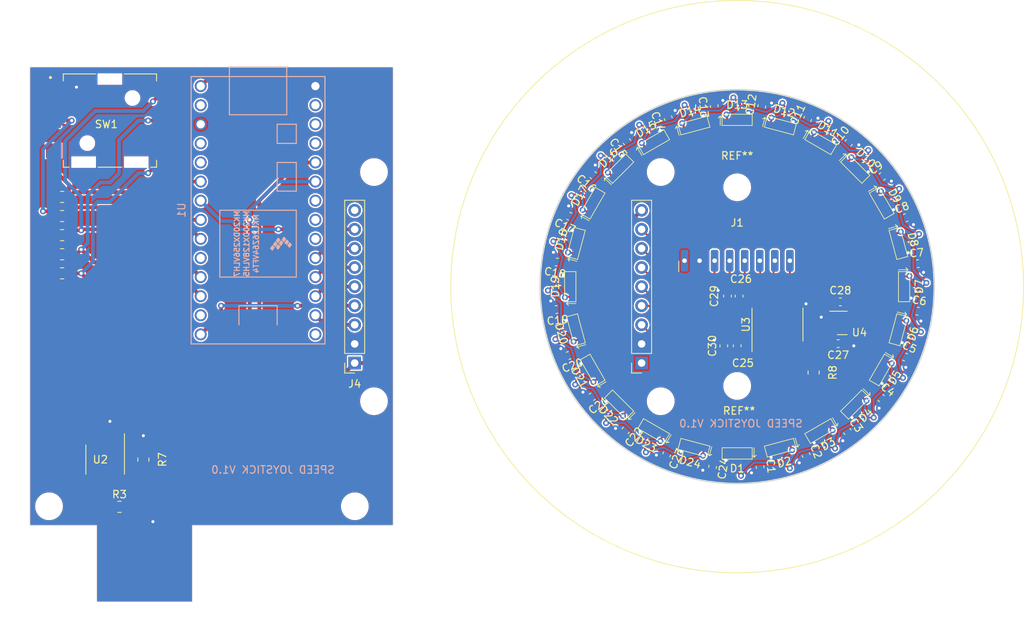
<source format=kicad_pcb>
(kicad_pcb (version 20221018) (generator pcbnew)
  (layers (0 "F.Cu" signal) (31 "B.Cu" signal) (34 "B.Paste" user) (35 "F.Paste" user) (36 "B.SilkS" user "B.Silkscreen") (37 "F.SilkS" user "F.Silkscreen") (38 "B.Mask" user) (39 "F.Mask" user) (44 "Edge.Cuts" user))
  (net 0 "")
  (net 1 "GND")
  (net 2 "CAN_TX")
  (net 3 "CAN_RX")
  (net 4 "B1")
  (net 5 "B3")
  (net 6 "B4")
  (net 7 "B5")
  (net 8 "CAN_LO")
  (net 9 "CAN_HI")
  (net 10 "B2")
  (net 11 "Net-(U2-Rs)")
  (net 13 "Net-(D10-DIN)")
  (net 14 "Net-(D10-DOUT)")
  (net 15 "DIN")
  (net 16 "SCLK")
  (net 17 "MOSI")
  (net 18 "DC")
  (net 19 "RES")
  (net 20 "CS")
  (net 22 "BL")
  (net 28 "RX_OUT")
  (net 29 "TX_OUT")
  (net 33 "Net-(D1-DIN)")
  (net 35 "Net-(D2-DIN)")
  (net 36 "Net-(D3-DIN)")
  (net 37 "Net-(D4-DIN)")
  (net 38 "Net-(D5-DIN)")
  (net 39 "Net-(D6-DIN)")
  (net 40 "Net-(D7-DIN)")
  (net 41 "Net-(D8-DIN)")
  (net 42 "Net-(D11-DIN)")
  (net 43 "Net-(D12-DIN)")
  (net 44 "Net-(D13-DIN)")
  (net 45 "Net-(D14-DIN)")
  (net 46 "Net-(D15-DIN)")
  (net 47 "Net-(D16-DIN)")
  (net 48 "Net-(D17-DIN)")
  (net 49 "Net-(D18-DIN)")
  (net 50 "Net-(D19-DIN)")
  (net 51 "Net-(D20-DIN)")
  (net 52 "Net-(D21-DIN)")
  (net 53 "Net-(D22-DIN)")
  (net 54 "Net-(D23-DIN)")
  (net 55 "DIN_SIG")
  (net 56 "Net-(J1-Pin_8)")
  (net 57 "Net-(J1-Pin_7)")
  (net 58 "Net-(J1-Pin_6)")
  (net 59 "Net-(J1-Pin_5)")
  (net 60 "Net-(J1-Pin_4)")
  (net 61 "Net-(J1-Pin_3)")
  (net 62 "R_+3.3V")
  (net 65 "Net-(U3-OE)")
  (net 68 "R_+5V")
  (net 69 "+5V")
  (net 70 "R_GND")
  (net 71 "R_DIN")
  (net 72 "R_MOSI")
  (net 73 "R_SCLK")
  (net 74 "R_DC")
  (net 75 "R_RES")
  (net 76 "R_BL")
  (net 77 "R_CS")
  (net 78 "+3.3V")
  (footprint "Capacitor_SMD:C_0603_1608Metric" (layer "F.Cu") (at 128.941145 82.763208 -54)
    (fp_text reference "C3")
    (fp_text value "104")
  )
  (footprint "Capacitor_SMD:C_0603_1608Metric" (layer "F.Cu") (at 133.563208 48.858855 36)
    (fp_text reference "C9")
    (fp_text value "104")
  )
  (footprint "Capacitor_SMD:C_0603_1608Metric" (layer "F.Cu") (at 127.7215 71.076)
    (fp_text reference "C27")
    (fp_text value "1uF")
  )
  (footprint "Connector_PinSocket_2.54mm:PinSocket_1x09_P2.54mm_Vertical" (layer "F.Cu") (at 63.475 73.66 180)
    (fp_text reference "J4")
    (fp_text value "Conn_01x09")
  )
  (footprint "LED_SMD:my_SK6812" (layer "F.Cu") (at 120.040606 42.075765 -15)
    (fp_text reference "D12")
    (fp_text value "SK6812")
  )
  (footprint "Capacitor_SMD:C_0603_1608Metric" (layer "F.Cu") (at 114.554 64.757 90)
    (fp_text reference "C26")
    (fp_text value "0.1uF")
  )
  (footprint "Capacitor_SMD:C_0603_1608Metric" (layer "F.Cu") (at 95.036792 78.141145 -144)
    (fp_text reference "C21")
    (fp_text value "104")
  )
  (footprint "LED_SMD:my_SK6812" (layer "F.Cu") (at 92.12 63.5 90)
    (fp_text reference "D19")
    (fp_text value "SK6812")
  )
  (footprint "Capacitor_SMD:C_0603_1608Metric" (layer "F.Cu") (at 99.658855 44.236792 126)
    (fp_text reference "C15")
    (fp_text value "104")
  )
  (footprint "Capacitor_SMD:C_0603_1608Metric" (layer "F.Cu") (at 123.456575 85.896237 -69)
    (fp_text reference "C2")
    (fp_text value "104")
  )
  (footprint "Package_TO_SOT_SMD:SOT-23" (layer "F.Cu") (at 128.27 68.326)
    (fp_text reference "U4")
    (fp_text value "XC6206PxxxMR")
  )
  (footprint "Capacitor_SMD:C_0603_1608Metric" (layer "F.Cu") (at 117.348 87.503 -84)
    (fp_text reference "C1")
    (fp_text value "104")
  )
  (footprint "LED_SMD:my_SK6812" (layer "F.Cu") (at 129.983628 79.183628 -135)
    (fp_text reference "D4")
    (fp_text value "SK6812")
  )
  (footprint "LED_SMD:my_SK6812" (layer "F.Cu") (at 136.48 63.5 -90)
    (fp_text reference "D7")
    (fp_text value "SK6812")
  )
  (footprint "Capacitor_SMD:C_0603_1608Metric" (layer "F.Cu") (at 114.3 71.374 90)
    (fp_text reference "C25")
    (fp_text value "0.1uF")
  )
  (footprint "LED_SMD:my_SK6812" (layer "F.Cu") (at 108.559394 84.924235 165)
    (fp_text reference "D24")
    (fp_text value "SK6812")
  )
  (footprint "MountingHole:MountingHole_3.2mm_M3" (layer "F.Cu") (at 114.3 50.292)
    (fp_text reference "REF**")
    (fp_text value "MountingHole_3.2mm_M3")
  )
  (footprint "LED_SMD:my_SK6812" (layer "F.Cu") (at 98.616372 79.183628 135)
    (fp_text reference "D22")
    (fp_text value "SK6812")
  )
  (footprint "LED_SMD:my_SK6812" (layer "F.Cu") (at 108.559394 42.075765 15)
    (fp_text reference "D14")
    (fp_text value "SK6812")
  )
  (footprint "Capacitor_SMD:C_0603_1608Metric" (layer "F.Cu") (at 113.017 64.757 90)
    (fp_text reference "C29")
    (fp_text value "10uF")
  )
  (footprint "LED_SMD:my_SK6812" (layer "F.Cu") (at 125.39 44.291557 -30)
    (fp_text reference "D11")
    (fp_text value "SK6812")
  )
  (footprint "LED_SMD:my_SK6812" (layer "F.Cu") (at 135.724235 69.240606 -105)
    (fp_text reference "D6")
    (fp_text value "SK6812")
  )
  (footprint "Package_SO:TSSOP-20_4.4x6.5mm_P0.65mm" (layer "F.Cu") (at 119.6554 68.5469 90)
    (fp_text reference "U3")
    (fp_text value "100k")
  )
  (footprint "" (layer "F.Cu") (at 66.04 48.26)
    (fp_text reference "")
    (fp_text value "")
  )
  (footprint "LED_SMD:my_SK6812" (layer "F.Cu") (at 92.875765 69.240606 105)
    (fp_text reference "D20")
    (fp_text value "SK6812")
  )
  (footprint "LED_SMD:my_SK6812" (layer "F.Cu") (at 125.39 82.708443 -150)
    (fp_text reference "D3")
    (fp_text value "SK6812")
  )
  (footprint "Capacitor_SMD:C_0603_1608Metric" (layer "F.Cu") (at 104.938145 85.811208 -114)
    (fp_text reference "C23")
    (fp_text value "104")
  )
  (footprint "LED_SMD:my_SK6812" (layer "F.Cu") (at 95.091557 74.59 120)
    (fp_text reference "D21")
    (fp_text value "SK6812")
  )
  (footprint "LED_SMD:my_SK6812" (layer "F.Cu") (at 92.875765 57.759394 75)
    (fp_text reference "D18")
    (fp_text value "SK6812")
  )
  (footprint "LED_SMD:my_SK6812" (layer "F.Cu") (at 135.724235 57.759394 -75)
    (fp_text reference "D8")
    (fp_text value "SK6812")
  )
  (footprint "Package_SO:SOIC-8_3.9x4.9mm_P1.27mm" (layer "F.Cu") (at 30.315 86.5 -90)
    (fp_text reference "U2")
    (fp_text value "SN65HVD230")
  )
  (footprint "LED_SMD:my_SK6812" (layer "F.Cu") (at 120.040606 84.924235 -165)
    (fp_text reference "D2")
    (fp_text value "SK6812")
  )
  (footprint "" (layer "F.Cu") (at 63.5 92.71)
    (fp_text reference "")
    (fp_text value "")
  )
  (footprint "Capacitor_SMD:C_0603_1608Metric" (layer "F.Cu") (at 90.297 66.548 -174)
    (fp_text reference "C19")
    (fp_text value "104")
  )
  (footprint "Capacitor_SMD:C_0603_1608Metric" (layer "F.Cu") (at 111.252 39.497 96)
    (fp_text reference "C13")
    (fp_text value "104")
  )
  (footprint "Resistor_SMD:R_0805_2012Metric" (layer "F.Cu") (at 24.6 56.655)
    (fp_text reference "R4" hide)
    (fp_text value "10k")
  )
  (footprint "Resistor_SMD:R_0805_2012Metric" (layer "F.Cu") (at 24.6 54.115 180)
    (fp_text reference "R6" hide)
    (fp_text value "10k")
  )
  (footprint "" (layer "F.Cu") (at 104.14 78.74)
    (fp_text reference "")
    (fp_text value "")
  )
  (footprint "LED_SMD:my_SK6812" (layer "F.Cu") (at 103.21 44.291557 30)
    (fp_text reference "D15")
    (fp_text value "SK6812")
  )
  (footprint "Capacitor_SMD:C_0603_1608Metric" (layer "F.Cu") (at 123.661855 41.188792 66)
    (fp_text reference "C11")
    (fp_text value "104")
  )
  (footprint "Capacitor_SMD:C_0603_1608Metric" (layer "F.Cu") (at 136.696237 54.343425 21)
    (fp_text reference "C8")
    (fp_text value "104")
  )
  (footprint "MountingHole:MountingHole_3.2mm_M3" (layer "F.Cu") (at 114.3 76.708)
    (fp_text reference "REF**")
    (fp_text value "MountingHole_3.2mm_M3")
  )
  (footprint "LED_SMD:my_SK6812" (layer "F.Cu") (at 95.091557 52.41 60)
    (fp_text reference "D17")
    (fp_text value "SK6812")
  )
  (footprint "Capacitor_SMD:C_0603_1608Metric" (layer "F.Cu") (at 117.568292 39.526002 81)
    (fp_text reference "C12")
    (fp_text value "104")
  )
  (footprint "Capacitor_SMD:C_0603_1608Metric" (layer "F.Cu") (at 136.611208 72.861855 -24)
    (fp_text reference "C5")
    (fp_text value "104")
  )
  (footprint "JS5208:SW_JS5208" (layer "F.Cu") (at 30.95 41.415)
    (fp_text reference "SW1")
    (fp_text value "JS5208")
    (fp_line (start -5.1 4.8) (end -1.9 4.8) (stroke (width 0.01)) (layer "Edge.Cuts"))
    (fp_line (start -5.1 6.25) (end -5.1 4.8) (stroke (width 0.01)) (layer "Edge.Cuts"))
    (fp_line (start -1.9 4.8) (end -1.9 6.25) (stroke (width 0.01)) (layer "Edge.Cuts"))
    (fp_line (start -1.9 6.25) (end -5.1 6.25) (stroke (width 0.01)) (layer "Edge.Cuts"))
    (fp_line (start -1.6 -6.25) (end 1.6 -6.25) (stroke (width 0.01)) (layer "Edge.Cuts"))
    (fp_line (start -1.6 -4.8) (end -1.6 -6.25) (stroke (width 0.01)) (layer "Edge.Cuts"))
    (fp_line (start 1.6 -6.25) (end 1.6 -4.8) (stroke (width 0.01)) (layer "Edge.Cuts"))
    (fp_line (start 1.6 -4.8) (end -1.6 -4.8) (stroke (width 0.01)) (layer "Edge.Cuts"))
    (fp_line (start 1.9 4.8) (end 1.9 6.25) (stroke (width 0.01)) (layer "Edge.Cuts"))
    (fp_line (start 1.9 6.25) (end 5.1 6.25) (stroke (width 0.01)) (layer "Edge.Cuts"))
    (fp_line (start 5.1 4.8) (end 1.9 4.8) (stroke (width 0.01)) (layer "Edge.Cuts"))
    (fp_line (start 5.1 6.25) (end 5.1 4.8) (stroke (width 0.01)) (layer "Edge.Cuts"))
  )
  (footprint "LED_SMD:my_SK6812" (layer "F.Cu") (at 98.616372 47.816372 45)
    (fp_text reference "D16")
    (fp_text value "SK6812")
  )
  (footprint "Capacitor_SMD:C_0603_1608Metric" (layer "F.Cu") (at 112.522 71.374 90)
    (fp_text reference "C30")
    (fp_text value "10uF")
  )
  (footprint "Resistor_SMD:R_0805_2012Metric" (layer "F.Cu") (at 35.395 86.5 90)
    (fp_text reference "R7")
    (fp_text value "10k")
  )
  (footprint "8_hole:8_hole" (layer "F.Cu") (at 114.3 60)
    (fp_text reference "J1")
    (fp_text value "Conn_01x08")
  )
  (footprint "Capacitor_SMD:C_0603_1608Metric" (layer "F.Cu") (at 91.903763 72.656575 -159)
    (fp_text reference "C20")
    (fp_text value "104")
  )
  (footprint "LED_SMD:my_SK6812" (layer "F.Cu") (at 114.3 85.68 180)
    (fp_text reference "D1")
    (fp_text value "SK6812")
  )
  (footprint "Resistor_SMD:R_0805_2012Metric" (layer "F.Cu") (at 24.6 61.735)
    (fp_text reference "R1" hide)
    (fp_text value "10k")
  )
  (footprint "Capacitor_SMD:C_0603_1608Metric" (layer "F.Cu") (at 111.031708 87.473998 -99)
    (fp_text reference "C24")
    (fp_text value "104")
  )
  (footprint "Capacitor_SMD:C_0603_1608Metric" (layer "F.Cu") (at 90.326002 60.231708 171)
    (fp_text reference "C18")
    (fp_text value "104")
  )
  (footprint "Resistor_SMD:R_0805_2012Metric" (layer "F.Cu") (at 24.6 51.575)
    (fp_text reference "R5" hide)
    (fp_text value "10k")
  )
  (footprint "Capacitor_SMD:C_0603_1608Metric" (layer "F.Cu") (at 129.117423 44.372054 51)
    (fp_text reference "C10")
    (fp_text value "104")
  )
  (footprint "Connector_PinSocket_2.54mm:PinSocket_1x09_P2.54mm_Vertical" (layer "F.Cu") (at 101.6 73.66 180)
    (fp_text reference "J3")
    (fp_text value "Conn_01x09")
  )
  (footprint "4pin:my_4_tab_edge" (layer "F.Cu") (at 31.585 100.47 90)
    (fp_text reference "J2" hide)
    (fp_text value "Conn_01x04" hide)
  )
  (footprint "LED_SMD:my_SK6812" (layer "F.Cu") (at 114.3 41.32)
    (fp_text reference "D13")
    (fp_text value "SK6812")
  )
  (footprint "Capacitor_SMD:C_0603_1608Metric" (layer "F.Cu") (at 91.988792 54.138145 156)
    (fp_text reference "C17")
    (fp_text value "104")
  )
  (footprint "LED_SMD:my_SK6812" (layer "F.Cu") (at 129.983628 47.816372 -45)
    (fp_text reference "D10")
    (fp_text value "SK6812")
  )
  (footprint "LED_SMD:my_SK6812" (layer "F.Cu") (at 133.508443 52.41 -60)
    (fp_text reference "D9")
    (fp_text value "SK6812")
  )
  (footprint "Resistor_SMD:R_0805_2012Metric" (layer "F.Cu") (at 124.46 74.93 90)
    (fp_text reference "R8")
    (fp_text value "R")
  )
  (footprint "Capacitor_SMD:C_0603_1608Metric" (layer "F.Cu") (at 138.303 60.452 6)
    (fp_text reference "C7")
    (fp_text value "104")
  )
  (footprint "Resistor_SMD:R_0805_2012Metric" (layer "F.Cu") (at 32.22 92.785)
    (fp_text reference "R3")
    (fp_text value "120")
  )
  (footprint "Capacitor_SMD:C_0603_1608Metric" (layer "F.Cu") (at 95.172054 48.682577 141)
    (fp_text reference "C16")
    (fp_text value "104")
  )
  (footprint "" (layer "F.Cu") (at 66.04 78.74)
    (fp_text reference "")
    (fp_text value "")
  )
  (footprint "Resistor_SMD:R_0805_2012Metric" (layer "F.Cu") (at 24.6 59.195)
    (fp_text reference "R2" hide)
    (fp_text value "10k")
  )
  (footprint "Capacitor_SMD:C_0603_1608Metric" (layer "F.Cu") (at 128.016 65.532 180)
    (fp_text reference "C28")
    (fp_text value "1uF")
  )
  (footprint "" (layer "F.Cu") (at 104.14 48.26)
    (fp_text reference "")
    (fp_text value "")
  )
  (footprint "" (layer "F.Cu") (at 22.86 92.71)
    (fp_text reference "")
    (fp_text value "")
  )
  (footprint "Capacitor_SMD:C_0603_1608Metric" (layer "F.Cu") (at 138.273998 66.768292 -9)
    (fp_text reference "C6")
    (fp_text value "104")
  )
  (footprint "Capacitor_SMD:C_0603_1608Metric" (layer "F.Cu") (at 133.427946 78.317423 -39)
    (fp_text reference "C4")
    (fp_text value "104")
  )
  (footprint "LED_SMD:my_SK6812" (layer "F.Cu") (at 103.21 82.708443 150)
    (fp_text reference "D23")
    (fp_text value "SK6812")
  )
  (footprint "Capacitor_SMD:C_0603_1608Metric" (layer "F.Cu") (at 105.143425 41.103763 111)
    (fp_text reference "C14")
    (fp_text value "104")
  )
  (footprint "Capacitor_SMD:C_0603_1608Metric" (layer "F.Cu") (at 99.482577 82.627946 -129)
    (fp_text reference "C22")
    (fp_text value "104")
  )
  (footprint "LED_SMD:my_SK6812" (layer "F.Cu") (at 133.508443 74.59 -120)
    (fp_text reference "D5")
    (fp_text value "SK6812")
  )
  (footprint "teensy:Teensy32" (layer "B.Cu") (at 50.635 53.34 -90)
    (fp_text reference "U1")
    (fp_text value "Teensy3.2")
  )
  (gr_circle (center 114.3 63.5) (end 97.79 97.79) (stroke (width 0.12)) (fill none) (layer "F.SilkS"))
  (gr_circle (center 114.3 63.5) (end 140.481721 63.5) (stroke (width 0.2)) (fill none) (layer "Edge.Cuts"))
  (gr_poly (pts (xy 20.32 34.29) (xy 20.32 95.25) (xy 29.21 95.25) (xy 29.21 105.41) (xy 41.91 105.41) (xy 41.91 95.25) (xy 68.58 95.25) (xy 68.58 34.29)) (stroke (width 0.05)) (fill none) (layer "Edge.Cuts"))
  (gr_text "SPEED JOYSTICK V1.0" (at 60.9092 88.4428) (layer "B.SilkS") (effects (font (size 1 1)) (justify left bottom mirror)))
  (gr_text "SPEED JOYSTICK V1.0" (at 123.0884 82.296) (layer "B.SilkS") (effects (font (size 1 1)) (justify left bottom mirror)))
  (segment (start 23.75 37.115) (end 26.36 37.115) (width 0.5) (layer "F.Cu") (net 1))
  (segment (start 26.36 37.115) (end 26.505 36.97) (width 0.5) (layer "F.Cu") (net 1))
  (segment (start 30.95 84.025) (end 30.95 81.42) (width 0.25) (layer "F.Cu") (net 1))
  (segment (start 35.395 85.5875) (end 35.395 83.325) (width 0.5) (layer "F.Cu") (net 1))
  (segment (start 23.45 37.415) (end 23.75 37.115) (width 0.5) (layer "F.Cu") (net 1))
  (segment (start 36.665 100.47) (end 36.665 94.755) (width 0.5) (layer "F.Cu") (net 1))
  (via (at 36.665 94.755) (size 0.8) (drill 0.4) (layers "F.Cu" "B.Cu") (net 1))
  (via (at 26.505 36.97) (size 0.8) (drill 0.4) (layers "F.Cu" "B.Cu") (net 1))
  (via (at 35.395 83.325) (size 0.8) (drill 0.4) (layers "F.Cu" "B.Cu") (net 1))
  (via (at 30.95 81.42) (size 0.8) (drill 0.4) (layers "F.Cu" "B.Cu") (net 1))
  (segment (start 32.22 84.025) (end 32.22 80.81) (width 0.5) (layer "F.Cu") (net 2))
  (segment (start 46.65338 73.66) (end 50.8 69.51338) (width 0.5) (layer "F.Cu") (net 2))
  (segment (start 50.8 52.07) (end 55.88 46.99) (width 0.5) (layer "F.Cu") (net 2))
  (segment (start 50.8 69.51338) (end 50.8 52.07) (width 0.5) (layer "F.Cu") (net 2))
  (segment (start 39.37 73.66) (end 46.65338 73.66) (width 0.5) (layer "F.Cu") (net 2))
  (segment (start 32.22 80.81) (end 39.37 73.66) (width 0.5) (layer "F.Cu") (net 2))
  (segment (start 55.88 46.99) (end 58.255 46.99) (width 0.5) (layer "F.Cu") (net 2))
  (segment (start 28.41 82.296) (end 30.5944 80.1116) (width 0.5) (layer "F.Cu") (net 3))
  (segment (start 31.98502 80.1116) (end 39.09702 72.9996) (width 0.5) (layer "F.Cu") (net 3))
  (segment (start 28.41 84.025) (end 28.41 82.296) (width 0.5) (layer "F.Cu") (net 3))
  (segment (start 30.5944 80.1116) (end 31.98502 80.1116) (width 0.5) (layer "F.Cu") (net 3))
  (segment (start 49.53 69.85) (end 49.53 54.61) (width 0.5) (layer "F.Cu") (net 3))
  (segment (start 39.09702 72.9996) (end 46.3804 72.9996) (width 0.5) (layer "F.Cu") (net 3))
  (segment (start 46.3804 72.9996) (end 49.53 69.85) (width 0.5) (layer "F.Cu") (net 3))
  (via (at 49.53 54.61) (size 0.8) (drill 0.4) (layers "F.Cu" "B.Cu") (net 3))
  (segment (start 49.53 53.34) (end 49.53 54.61) (width 0.5) (layer "B.Cu") (net 3))
  (segment (start 53.34 49.53) (end 49.53 53.34) (width 0.5) (layer "B.Cu") (net 3))
  (segment (start 58.255 49.53) (end 53.34 49.53) (width 0.5) (layer "B.Cu") (net 3))
  (segment (start 23.0525 53.48) (end 23.6875 54.115) (width 0.5) (layer "F.Cu") (net 4))
  (segment (start 41.91 54.61) (end 43.015 54.61) (width 0.5) (layer "F.Cu") (net 4))
  (segment (start 23.6875 54.115) (end 24.840267 52.962233) (width 0.5) (layer "F.Cu") (net 4))
  (segment (start 22.06 53.48) (end 23.0525 53.48) (width 0.5) (layer "F.Cu") (net 4))
  (segment (start 40.262233 52.962233) (end 41.91 54.61) (width 0.5) (layer "F.Cu") (net 4))
  (segment (start 23.45 41.415) (end 25.87 41.415) (width 0.5) (layer "F.Cu") (net 4))
  (segment (start 24.840267 52.962233) (end 40.262233 52.962233) (width 0.5) (layer "F.Cu") (net 4))
  (via (at 25.87 41.415) (size 0.8) (drill 0.4) (layers "F.Cu" "B.Cu") (net 4))
  (via (at 22.06 53.48) (size 0.8) (drill 0.4) (layers "F.Cu" "B.Cu") (net 4))
  (segment (start 22.06 45.225) (end 22.06 53.48) (width 0.5) (layer "B.Cu") (net 4))
  (segment (start 25.87 41.415) (end 22.06 45.225) (width 0.5) (layer "B.Cu") (net 4))
  (segment (start 27.14 56.02) (end 26.1475 56.02) (width 0.5) (layer "F.Cu") (net 5))
  (segment (start 27.28 55.88) (end 27.14 56.02) (width 0.5) (layer "F.Cu") (net 5))
  (segment (start 41.91 55.88) (end 27.28 55.88) (width 0.5) (layer "F.Cu") (net 5))
  (segment (start 38.125 37.415) (end 36.665 38.875) (width 0.5) (layer "F.Cu") (net 5))
  (segment (start 26.1475 56.02) (end 25.5125 56.655) (width 0.5) (layer "F.Cu") (net 5))
  (segment (start 41.91 56.045) (end 41.91 55.88) (width 0.5) (layer "F.Cu") (net 5))
  (segment (start 38.45 37.415) (end 38.125 37.415) (width 0.5) (layer "F.Cu") (net 5))
  (segment (start 43.015 57.15) (end 41.91 56.045) (width 0.5) (layer "F.Cu") (net 5))
  (via (at 36.665 38.875) (size 0.8) (drill 0.4) (layers "F.Cu" "B.Cu") (net 5))
  (via (at 27.14 56.02) (size 0.8) (drill 0.4) (layers "F.Cu" "B.Cu") (net 5))
  (segment (start 27.14 51.575) (end 24.9936 49.4286) (width 0.5) (layer "B.Cu") (net 5))
  (segment (start 24.9936 49.4286) (end 24.9936 44.142801) (width 0.5) (layer "B.Cu") (net 5))
  (segment (start 28.991401 40.145) (end 35.395 40.145) (width 0.5) (layer "B.Cu") (net 5))
  (segment (start 35.395 40.145) (end 36.665 38.875) (width 0.5) (layer "B.Cu") (net 5))
  (segment (start 27.14 56.02) (end 27.14 51.575) (width 0.5) (layer "B.Cu") (net 5))
  (segment (start 24.9936 44.142801) (end 28.991401 40.145) (width 0.5) (layer "B.Cu") (net 5))
  (segment (start 25.5125 59.195) (end 26.505 59.195) (width 0.5) (layer "F.Cu") (net 6))
  (segment (start 41.0338 60.2488) (end 28.8288 60.2488) (width 0.5) (layer "F.Cu") (net 6))
  (segment (start 43.015 62.23) (end 41.0338 60.2488) (width 0.5) (layer "F.Cu") (net 6))
  (segment (start 26.505 59.195) (end 27.14 58.56) (width 0.5) (layer "F.Cu") (net 6))
  (segment (start 36.03 41.415) (end 38.45 41.415) (width 0.5) (layer "F.Cu") (net 6))
  (segment (start 28.8288 60.2488) (end 27.14 58.56) (width 0.5) (layer "F.Cu") (net 6))
  (via (at 36.03 41.415) (size 0.8) (drill 0.4) (layers "F.Cu" "B.Cu") (net 6))
  (via (at 27.14 58.56) (size 0.8) (drill 0.4) (layers "F.Cu" "B.Cu") (net 6))
  (segment (start 30.97 49.65) (end 32.1566 48.4634) (width 0.5) (layer "B.Cu") (net 6))
  (segment (start 27.99 51.36) (end 29.7 49.65) (width 0.5) (layer "B.Cu") (net 6))
  (segment (start 27.99 57.71) (end 27.99 51.36) (width 0.5) (layer "B.Cu") (net 6))
  (segment (start 34.76 41.415) (end 36.03 41.415) (width 0.5) (layer "B.Cu") (net 6))
  (segment (start 27.14 58.56) (end 27.99 57.71) (width 0.5) (layer "B.Cu") (net 6))
  (segment (start 29.7 49.65) (end 30.97 49.65) (width 0.5) (layer "B.Cu") (net 6))
  (segment (start 32.1566 48.4634) (end 32.1566 44.0184) (width 0.5) (layer "B.Cu") (net 6))
  (segment (start 32.1566 44.0184) (end 34.76 41.415) (width 0.5) (layer "B.Cu") (net 6))
  (segment (start 40.64 62.395) (end 40.64 62.23) (width 0.5) (layer "F.Cu") (net 7))
  (segment (start 27.14 61.735) (end 25.5125 61.735) (width 0.5) (layer "F.Cu") (net 7))
  (segment (start 43.015 64.77) (end 40.64 62.395) (width 0.5) (layer "F.Cu") (net 7))
  (segment (start 40.64 62.23) (end 27.635 62.23) (width 0.5) (layer "F.Cu") (net 7))
  (segment (start 38.45 45.415) (end 38.45 45.98) (width 0.5) (layer "F.Cu") (net 7))
  (segment (start 38.45 45.98) (end 36.03 48.4) (width 0.5) (layer "F.Cu") (net 7))
  (segment (start 27.635 62.23) (end 27.14 61.735) (width 0.5) (layer "F.Cu") (net 7))
  (via (at 36.03 48.4) (size 0.8) (drill 0.4) (layers "F.Cu" "B.Cu") (net 7))
  (via (at 27.14 61.735) (size 0.8) (drill 0.4) (layers "F.Cu" "B.Cu") (net 7))
  (segment (start 30.97 52.19) (end 29.345 52.19) (width 0.5) (layer "B.Cu") (net 7))
  (segment (start 28.69 60.185) (end 27.14 61.735) (width 0.5) (layer "B.Cu") (net 7))
  (segment (start 36.03 48.4) (end 34.76 48.4) (width 0.5) (layer "B.Cu") (net 7))
  (segment (start 34.76 48.4) (end 30.97 52.19) (width 0.5) (layer "B.Cu") (net 7))
  (segment (start 28.69 52.845) (end 28.69 60.185) (width 0.5) (layer "B.Cu") (net 7))
  (segment (start 29.345 52.19) (end 28.69 52.845) (width 0.5) (layer "B.Cu") (net 7))
  (segment (start 29.68 91.1575) (end 29.68 88.975) (width 0.5) (layer "F.Cu") (net 8))
  (segment (start 31.585 93.0625) (end 31.585 100.47) (width 0.5) (layer "F.Cu") (net 8))
  (segment (start 31.3075 92.785) (end 29.68 91.1575) (width 0.5) (layer "F.Cu") (net 8))
  (segment (start 31.3075 92.785) (end 31.585 93.0625) (width 0.5) (layer "F.Cu") (net 8))
  (segment (start 34.125 100.47) (end 34.125 93.7775) (width 0.5) (layer "F.Cu") (net 9))
  (segment (start 30.95 90.6025) (end 30.95 88.975) (width 0.5) (layer "F.Cu") (net 9))
  (segment (start 34.125 93.7775) (end 33.1325 92.785) (width 0.5) (layer "F.Cu") (net 9))
  (segment (start 33.1325 92.785) (end 30.95 90.6025) (width 0.5) (layer "F.Cu") (net 9))
  (segment (start 37.96 50.94) (end 39.37 49.53) (width 0.5) (layer "F.Cu") (net 10))
  (segment (start 39.37 49.53) (end 43.015 49.53) (width 0.5) (layer "F.Cu") (net 10))
  (segment (start 23.45 45.415) (end 23.45 47.885) (width 0.5) (layer "F.Cu") (net 10))
  (segment (start 25.5125 51.575) (end 26.1475 50.94) (width 0.5) (layer "F.Cu") (net 10))
  (segment (start 23.45 47.885) (end 25.5125 49.9475) (width 0.5) (layer "F.Cu") (net 10))
  (segment (start 26.1475 50.94) (end 37.96 50.94) (width 0.5) (layer "F.Cu") (net 10))
  (segment (start 25.5125 49.9475) (end 25.5125 51.575) (width 0.5) (layer "F.Cu") (net 10))
  (segment (start 32.22 88.975) (end 33.8325 88.975) (width 0.5) (layer "F.Cu") (net 11))
  (segment (start 33.8325 88.975) (end 35.395 87.4125) (width 0.5) (layer "F.Cu") (net 11))
  (segment (start 130.075552 48.261849) (end 131.721697 46.615704) (width 0.25) (layer "F.Cu") (net 13))
  (segment (start 124.504076 43.247271) (end 124.504076 42.967613) (width 0.25) (layer "F.Cu") (net 13))
  (segment (start 131.721697 46.615704) (end 131.721697 45.359882) (width 0.25) (layer "F.Cu") (net 13))
  (segment (start 123.983283 43.768064) (end 124.504076 43.247271) (width 0.25) (layer "F.Cu") (net 13))
  (via (at 124.504076 42.967613) (size 0.8) (drill 0.4) (layers "F.Cu" "B.Cu") (net 13))
  (via (at 131.721697 45.359883) (size 0.8) (drill 0.4) (layers "F.Cu" "B.Cu") (net 13))
  (segment (start 129.260753 45.359883) (end 126.868483 42.967613) (width 0.25) (layer "B.Cu") (net 13))
  (segment (start 126.868484 42.967613) (end 124.504076 42.967613) (width 0.25) (layer "B.Cu") (net 13))
  (segment (start 131.721697 45.359883) (end 129.260753 45.359883) (width 0.25) (layer "B.Cu") (net 13))
  (segment (start 133.481937 52.86409) (end 135.498044 51.70009) (width 0.25) (layer "F.Cu") (net 14))
  (segment (start 129.398172 46.578375) (end 129.470553 46.308246) (width 0.25) (layer "F.Cu") (net 14))
  (segment (start 135.498044 51.70009) (end 135.823075 50.487059) (width 0.25) (layer "F.Cu") (net 14))
  (segment (start 128.760334 46.946631) (end 129.398172 46.578375) (width 0.25) (layer "F.Cu") (net 14))
  (via (at 129.470553 46.308246) (size 0.8) (drill 0.4) (layers "F.Cu" "B.Cu") (net 14))
  (via (at 135.823075 50.487059) (size 0.8) (drill 0.4) (layers "F.Cu" "B.Cu") (net 14))
  (segment (start 131.754396 46.9202) (end 129.470553 46.308246) (width 0.25) (layer "B.Cu") (net 14))
  (segment (start 133.445986 49.85012) (end 131.754396 46.9202) (width 0.25) (layer "B.Cu") (net 14))
  (segment (start 135.823075 50.487059) (end 133.445986 49.85012) (width 0.25) (layer "B.Cu") (net 14))
  (segment (start 63.475 66.04) (end 55.88 66.04) (width 0.5) (layer "F.Cu") (net 16))
  (segment (start 45.72 67.145) (end 45.72 66.04) (width 0.5) (layer "F.Cu") (net 16))
  (segment (start 43.015 69.85) (end 45.72 67.145) (width 0.5) (layer "F.Cu") (net 16))
  (via (at 55.88 66.04) (size 0.8) (drill 0.4) (layers "F.Cu" "B.Cu") (net 16))
  (via (at 45.72 66.04) (size 0.8) (drill 0.4) (layers "F.Cu" "B.Cu") (net 16))
  (segment (start 45.72 66.04) (end 55.88 66.04) (width 0.5) (layer "B.Cu") (net 16))
  (segment (start 63.475 68.58) (end 59.525 68.58) (width 0.5) (layer "F.Cu") (net 17))
  (segment (start 59.525 68.58) (end 58.255 67.31) (width 0.5) (layer "F.Cu") (net 17))
  (segment (start 63.475 60.96) (end 59.525 60.96) (width 0.5) (layer "F.Cu") (net 18))
  (segment (start 59.525 60.96) (end 58.255 62.23) (width 0.5) (layer "F.Cu") (net 18))
  (segment (start 59.525 58.42) (end 58.255 59.69) (width 0.5) (layer "F.Cu") (net 19))
  (segment (start 63.475 58.42) (end 59.525 58.42) (width 0.5) (layer "F.Cu") (net 19))
  (segment (start 63.475 63.5) (end 59.525 63.5) (width 0.5) (layer "F.Cu") (net 20))
  (segment (start 59.525 63.5) (end 58.255 64.77) (width 0.5) (layer "F.Cu") (net 20))
  (segment (start 63.475 55.88) (end 53.34 55.88) (width 0.5) (layer "F.Cu") (net 22))
  (via (at 53.34 55.88) (size 0.8) (drill 0.4) (layers "F.Cu" "B.Cu") (net 22))
  (segment (start 47.155 54.775) (end 48.26 55.88) (width 0.5) (layer "B.Cu") (net 22))
  (segment (start 45.72 54.775) (end 47.155 54.775) (width 0.5) (layer "B.Cu") (net 22))
  (segment (start 53.34 55.88) (end 48.26 55.88) (width 0.5) (layer "B.Cu") (net 22))
  (segment (start 45.72 54.775) (end 43.015 52.07) (width 0.5) (layer "B.Cu") (net 22))
  (segment (start 113.92 87.758) (end 114.808 88.646) (width 0.25) (layer "F.Cu") (net 33))
  (segment (start 121.405471 85.036213) (end 121.603219 85.233961) (width 0.25) (layer "F.Cu") (net 33))
  (segment (start 113.92 85.43) (end 113.92 87.758) (width 0.25) (layer "F.Cu") (net 33))
  (segment (start 121.405471 84.299701) (end 121.405471 85.036213) (width 0.25) (layer "F.Cu") (net 33))
  (via (at 121.603219 85.233961) (size 0.8) (drill 0.4) (layers "F.Cu" "B.Cu") (net 33))
  (via (at 114.808 88.646) (size 0.8) (drill 0.4) (layers "F.Cu" "B.Cu") (net 33))
  (segment (start 116.54815 86.90585) (end 119.93133 86.90585) (width 0.25) (layer "B.Cu") (net 33))
  (segment (start 119.93133 86.90585) (end 121.603219 85.233961) (width 0.25) (layer "B.Cu") (net 33))
  (segment (start 114.808 88.646) (end 116.54815 86.90585) (width 0.25) (layer "B.Cu") (net 33))
  (segment (start 119.60885 84.781105) (end 120.211381 87.02978) (width 0.25) (layer "F.Cu") (net 35))
  (segment (start 120.211381 87.02978) (end 121.298954 87.657691) (width 0.25) (layer "F.Cu") (net 35))
  (segment (start 126.546717 81.751937) (end 126.73734 82.463353) (width 0.25) (layer "F.Cu") (net 35))
  (segment (start 126.73734 82.463353) (end 126.979531 82.603182) (width 0.25) (layer "F.Cu") (net 35))
  (via (at 126.979531 82.603182) (size 0.8) (drill 0.4) (layers "F.Cu" "B.Cu") (net 35))
  (via (at 121.298954 87.657691) (size 0.8) (drill 0.4) (layers "F.Cu" "B.Cu") (net 35))
  (segment (start 122.529426 85.526451) (end 125.797327 84.65082) (width 0.25) (layer "B.Cu") (net 35))
  (segment (start 125.797327 84.65082) (end 126.979531 82.603183) (width 0.25) (layer "B.Cu") (net 35))
  (segment (start 121.298954 87.657691) (end 122.529426 85.526451) (width 0.25) (layer "B.Cu") (net 35))
  (segment (start 124.93591 82.681937) (end 126.09991 84.698044) (width 0.25) (layer "F.Cu") (net 36))
  (segment (start 130.853369 77.960334) (end 131.221625 78.598172) (width 0.25) (layer "F.Cu") (net 36))
  (segment (start 126.09991 84.698044) (end 127.312941 85.023075) (width 0.25) (layer "F.Cu") (net 36))
  (segment (start 131.221625 78.598172) (end 131.491754 78.670553) (width 0.25) (layer "F.Cu") (net 36))
  (via (at 131.491754 78.670553) (size 0.8) (drill 0.4) (layers "F.Cu" "B.Cu") (net 36))
  (via (at 127.312941 85.023075) (size 0.8) (drill 0.4) (layers "F.Cu" "B.Cu") (net 36))
  (segment (start 127.94988 82.645986) (end 130.8798 80.954396) (width 0.25) (layer "B.Cu") (net 36))
  (segment (start 130.8798 80.954396) (end 131.491754 78.670553) (width 0.25) (layer "B.Cu") (net 36))
  (segment (start 127.312941 85.023075) (end 127.94988 82.645986) (width 0.25) (layer "B.Cu") (net 36))
  (segment (start 134.552729 73.704076) (end 134.832387 73.704076) (width 0.25) (layer "F.Cu") (net 37))
  (segment (start 131.184296 80.921697) (end 132.440118 80.921697) (width 0.25) (layer "F.Cu") (net 37))
  (segment (start 129.538151 79.275552) (end 131.184296 80.921697) (width 0.25) (layer "F.Cu") (net 37))
  (segment (start 134.031936 73.183283) (end 134.552729 73.704076) (width 0.25) (layer "F.Cu") (net 37))
  (via (at 134.832387 73.704076) (size 0.8) (drill 0.4) (layers "F.Cu" "B.Cu") (net 37))
  (via (at 132.440117 80.921697) (size 0.8) (drill 0.4) (layers "F.Cu" "B.Cu") (net 37))
  (segment (start 134.832387 76.068484) (end 134.832387 73.704076) (width 0.25) (layer "B.Cu") (net 37))
  (segment (start 132.440117 80.921697) (end 132.440117 78.460753) (width 0.25) (layer "B.Cu") (net 37))
  (segment (start 132.440117 78.460753) (end 134.832387 76.068483) (width 0.25) (layer "B.Cu") (net 37))
  (segment (start 135.118044 75.95809) (end 136.331075 75.633059) (width 0.25) (layer "F.Cu") (net 38))
  (segment (start 135.865805 67.746332) (end 136.503643 68.114588) (width 0.25) (layer "F.Cu") (net 38))
  (segment (start 133.101937 74.79409) (end 135.118044 75.95809) (width 0.25) (layer "F.Cu") (net 38))
  (segment (start 136.503643 68.114588) (end 136.773772 68.042207) (width 0.25) (layer "F.Cu") (net 38))
  (via (at 136.773772 68.042207) (size 0.8) (drill 0.4) (layers "F.Cu" "B.Cu") (net 38))
  (via (at 136.331075 75.633059) (size 0.8) (drill 0.4) (layers "F.Cu" "B.Cu") (net 38))
  (segment (start 137.385726 70.32605) (end 136.773772 68.042207) (width 0.25) (layer "B.Cu") (net 38))
  (segment (start 136.331075 75.633059) (end 135.694136 73.25597) (width 0.25) (layer "B.Cu") (net 38))
  (segment (start 135.694136 73.25597) (end 137.385726 70.32605) (width 0.25) (layer "B.Cu") (net 38))
  (segment (start 136.941416 62.210624) (end 137.183607 62.070795) (width 0.25) (layer "F.Cu") (net 39))
  (segment (start 137.633077 70.145484) (end 138.72065 69.517573) (width 0.25) (layer "F.Cu") (net 39))
  (segment (start 136.23 62.020001) (end 136.941416 62.210624) (width 0.25) (layer "F.Cu") (net 39))
  (segment (start 135.384402 69.542953) (end 137.633077 70.145484) (width 0.25) (layer "F.Cu") (net 39))
  (via (at 138.720651 69.517573) (size 0.8) (drill 0.4) (layers "F.Cu" "B.Cu") (net 39))
  (via (at 137.183606 62.070795) (size 0.8) (drill 0.4) (layers "F.Cu" "B.Cu") (net 39))
  (segment (start 138.720651 69.517573) (end 137.490179 67.386333) (width 0.25) (layer "B.Cu") (net 39))
  (segment (start 137.490179 67.386334) (end 138.36581 64.118433) (width 0.25) (layer "B.Cu") (net 39))
  (segment (start 138.36581 64.118433) (end 137.183606 62.070796) (width 0.25) (layer "B.Cu") (net 39))
  (segment (start 135.099701 56.394529) (end 135.836213 56.394529) (width 0.25) (layer "F.Cu") (net 40))
  (segment (start 136.23 63.88) (end 138.558 63.88) (width 0.25) (layer "F.Cu") (net 40))
  (segment (start 138.558 63.88) (end 139.446 62.992) (width 0.25) (layer "F.Cu") (net 40))
  (segment (start 135.836213 56.394529) (end 136.033961 56.196781) (width 0.25) (layer "F.Cu") (net 40))
  (via (at 139.446 62.992) (size 0.8) (drill 0.4) (layers "F.Cu" "B.Cu") (net 40))
  (via (at 136.033961 56.196781) (size 0.8) (drill 0.4) (layers "F.Cu" "B.Cu") (net 40))
  (segment (start 137.70585 61.25185) (end 137.70585 57.86867) (width 0.25) (layer "B.Cu") (net 40))
  (segment (start 139.446 62.992) (end 137.70585 61.25185) (width 0.25) (layer "B.Cu") (net 40))
  (segment (start 137.70585 57.86867) (end 136.033961 56.196781) (width 0.25) (layer "B.Cu") (net 40))
  (segment (start 132.551937 51.253283) (end 133.263353 51.06266) (width 0.25) (layer "F.Cu") (net 41))
  (segment (start 137.82978 57.588619) (end 138.457691 56.501046) (width 0.25) (layer "F.Cu") (net 41))
  (segment (start 133.263353 51.06266) (end 133.403182 50.820469) (width 0.25) (layer "F.Cu") (net 41))
  (segment (start 135.581105 58.19115) (end 137.82978 57.588619) (width 0.25) (layer "F.Cu") (net 41))
  (via (at 133.403182 50.820469) (size 0.8) (drill 0.4) (layers "F.Cu" "B.Cu") (net 41))
  (via (at 138.457691 56.501046) (size 0.8) (drill 0.4) (layers "F.Cu" "B.Cu") (net 41))
  (segment (start 136.326451 55.270574) (end 135.45082 52.002673) (width 0.25) (layer "B.Cu") (net 41))
  (segment (start 135.45082 52.002673) (end 133.403183 50.820469) (width 0.25) (layer "B.Cu") (net 41))
  (segment (start 138.457691 56.501046) (end 136.326451 55.270574) (width 0.25) (layer "B.Cu") (net 41))
  (segment (start 118.546332 41.934195) (end 118.914588 41.296357) (width 0.25) (layer "F.Cu") (net 42))
  (segment (start 125.59409 44.698063) (end 126.75809 42.681956) (width 0.25) (layer "F.Cu") (net 42))
  (segment (start 126.75809 42.681956) (end 126.433059 41.468925) (width 0.25) (layer "F.Cu") (net 42))
  (segment (start 118.914588 41.296357) (end 118.842207 41.026228) (width 0.25) (layer "F.Cu") (net 42))
  (via (at 118.842207 41.026228) (size 0.8) (drill 0.4) (layers "F.Cu" "B.Cu") (net 42))
  (via (at 126.433059 41.468925) (size 0.8) (drill 0.4) (layers "F.Cu" "B.Cu") (net 42))
  (segment (start 124.05597 42.105864) (end 121.12605 40.414274) (width 0.25) (layer "B.Cu") (net 42))
  (segment (start 121.12605 40.414274) (end 118.842207 41.026228) (width 0.25) (layer "B.Cu") (net 42))
  (segment (start 126.433059 41.468925) (end 124.05597 42.105864) (width 0.25) (layer "B.Cu") (net 42))
  (segment (start 113.010624 40.858584) (end 112.870795 40.616393) (width 0.25) (layer "F.Cu") (net 43))
  (segment (start 120.342953 42.415598) (end 120.945484 40.166923) (width 0.25) (layer "F.Cu") (net 43))
  (segment (start 112.820001 41.57) (end 113.010624 40.858584) (width 0.25) (layer "F.Cu") (net 43))
  (segment (start 120.945484 40.166923) (end 120.317573 39.07935) (width 0.25) (layer "F.Cu") (net 43))
  (via (at 120.317573 39.079349) (size 0.8) (drill 0.4) (layers "F.Cu" "B.Cu") (net 43))
  (via (at 112.870795 40.616394) (size 0.8) (drill 0.4) (layers "F.Cu" "B.Cu") (net 43))
  (segment (start 118.186334 40.309821) (end 114.918433 39.43419) (width 0.25) (layer "B.Cu") (net 43))
  (segment (start 114.918433 39.43419) (end 112.870796 40.616394) (width 0.25) (layer "B.Cu") (net 43))
  (segment (start 120.317573 39.079349) (end 118.186333 40.309821) (width 0.25) (layer "B.Cu") (net 43))
  (segment (start 114.68 41.57) (end 114.68 39.242) (width 0.25) (layer "F.Cu") (net 44))
  (segment (start 114.68 39.242) (end 113.792 38.354) (width 0.25) (layer "F.Cu") (net 44))
  (segment (start 107.194529 41.963787) (end 106.996781 41.766039) (width 0.25) (layer "F.Cu") (net 44))
  (segment (start 107.194529 42.700299) (end 107.194529 41.963787) (width 0.25) (layer "F.Cu") (net 44))
  (via (at 106.996781 41.766039) (size 0.8) (drill 0.4) (layers "F.Cu" "B.Cu") (net 44))
  (via (at 113.792 38.354) (size 0.8) (drill 0.4) (layers "F.Cu" "B.Cu") (net 44))
  (segment (start 113.792 38.354) (end 112.05185 40.09415) (width 0.25) (layer "B.Cu") (net 44))
  (segment (start 108.66867 40.09415) (end 106.996781 41.766039) (width 0.25) (layer "B.Cu") (net 44))
  (segment (start 112.05185 40.09415) (end 108.66867 40.09415) (width 0.25) (layer "B.Cu") (net 44))
  (segment (start 101.86266 44.536647) (end 101.620469 44.396818) (width 0.25) (layer "F.Cu") (net 45))
  (segment (start 102.053283 45.248063) (end 101.86266 44.536647) (width 0.25) (layer "F.Cu") (net 45))
  (segment (start 108.99115 42.218895) (end 108.388619 39.97022) (width 0.25) (layer "F.Cu") (net 45))
  (segment (start 108.388619 39.97022) (end 107.301046 39.342309) (width 0.25) (layer "F.Cu") (net 45))
  (via (at 107.301046 39.342309) (size 0.8) (drill 0.4) (layers "F.Cu" "B.Cu") (net 45))
  (via (at 101.620469 44.396818) (size 0.8) (drill 0.4) (layers "F.Cu" "B.Cu") (net 45))
  (segment (start 102.802673 42.34918) (end 101.620469 44.396817) (width 0.25) (layer "B.Cu") (net 45))
  (segment (start 106.070574 41.473549) (end 102.802673 42.34918) (width 0.25) (layer "B.Cu") (net 45))
  (segment (start 107.301046 39.342309) (end 106.070574 41.473549) (width 0.25) (layer "B.Cu") (net 45))
  (segment (start 103.66409 44.318063) (end 102.50009 42.301956) (width 0.25) (layer "F.Cu") (net 46))
  (segment (start 102.50009 42.301956) (end 101.287059 41.976925) (width 0.25) (layer "F.Cu") (net 46))
  (segment (start 97.378375 48.401828) (end 97.108246 48.329447) (width 0.25) (layer "F.Cu") (net 46))
  (segment (start 97.746631 49.039666) (end 97.378375 48.401828) (width 0.25) (layer "F.Cu") (net 46))
  (via (at 97.108246 48.329447) (size 0.8) (drill 0.4) (layers "F.Cu" "B.Cu") (net 46))
  (via (at 101.287059 41.976925) (size 0.8) (drill 0.4) (layers "F.Cu" "B.Cu") (net 46))
  (segment (start 100.65012 44.354014) (end 97.7202 46.045604) (width 0.25) (layer "B.Cu") (net 46))
  (segment (start 97.7202 46.045604) (end 97.108246 48.329447) (width 0.25) (layer "B.Cu") (net 46))
  (segment (start 101.287059 41.976925) (end 100.65012 44.354014) (width 0.25) (layer "B.Cu") (net 46))
  (segment (start 94.047271 53.295924) (end 93.767613 53.295924) (width 0.25) (layer "F.Cu") (net 47))
  (segment (start 94.568064 53.816717) (end 94.047271 53.295924) (width 0.25) (layer "F.Cu") (net 47))
  (segment (start 99.061849 47.724448) (end 97.415704 46.078303) (width 0.25) (layer "F.Cu") (net 47))
  (segment (start 97.415704 46.078303) (end 96.159882 46.078303) (width 0.25) (layer "F.Cu") (net 47))
  (via (at 96.159883 46.078303) (size 0.8) (drill 0.4) (layers "F.Cu" "B.Cu") (net 47))
  (via (at 93.767613 53.295924) (size 0.8) (drill 0.4) (layers "F.Cu" "B.Cu") (net 47))
  (segment (start 96.159883 46.078303) (end 96.159883 48.539247) (width 0.25) (layer "B.Cu") (net 47))
  (segment (start 96.159883 48.539247) (end 93.767613 50.931517) (width 0.25) (layer "B.Cu") (net 47))
  (segment (start 93.767613 50.931516) (end 93.767613 53.295924) (width 0.25) (layer "B.Cu") (net 47))
  (segment (start 93.481956 51.04191) (end 92.268925 51.366941) (width 0.25) (layer "F.Cu") (net 48))
  (segment (start 95.498063 52.20591) (end 93.481956 51.04191) (width 0.25) (layer "F.Cu") (net 48))
  (segment (start 92.096357 58.885412) (end 91.826228 58.957793) (width 0.25) (layer "F.Cu") (net 48))
  (segment (start 92.734195 59.253668) (end 92.096357 58.885412) (width 0.25) (layer "F.Cu") (net 48))
  (via (at 92.268925 51.366941) (size 0.8) (drill 0.4) (layers "F.Cu" "B.Cu") (net 48))
  (via (at 91.826228 58.957793) (size 0.8) (drill 0.4) (layers "F.Cu" "B.Cu") (net 48))
  (segment (start 91.214274 56.67395) (end 91.826228 58.957793) (width 0.25) (layer "B.Cu") (net 48))
  (segment (start 92.905864 53.74403) (end 91.214274 56.67395) (width 0.25) (layer "B.Cu") (net 48))
  (segment (start 92.268925 51.366941) (end 92.905864 53.74403) (width 0.25) (layer "B.Cu") (net 48))
  (segment (start 93.215598 57.457047) (end 90.966923 56.854516) (width 0.25) (layer "F.Cu") (net 49))
  (segment (start 90.966923 56.854516) (end 89.87935 57.482427) (width 0.25) (layer "F.Cu") (net 49))
  (segment (start 92.37 64.979999) (end 91.658584 64.789376) (width 0.25) (layer "F.Cu") (net 49))
  (segment (start 91.658584 64.789376) (end 91.416393 64.929205) (width 0.25) (layer "F.Cu") (net 49))
  (via (at 89.879349 57.482427) (size 0.8) (drill 0.4) (layers "F.Cu" "B.Cu") (net 49))
  (via (at 91.416394 64.929205) (size 0.8) (drill 0.4) (layers "F.Cu" "B.Cu") (net 49))
  (segment (start 90.23419 62.881567) (end 91.416394 64.929204) (width 0.25) (layer "B.Cu") (net 49))
  (segment (start 89.879349 57.482427) (end 91.109821 59.613667) (width 0.25) (layer "B.Cu") (net 49))
  (segment (start 91.109821 59.613666) (end 90.23419 62.881567) (width 0.25) (layer "B.Cu") (net 49))
  (segment (start 92.763787 70.605471) (end 92.566039 70.803219) (width 0.25) (layer "F.Cu") (net 50))
  (segment (start 92.37 63.12) (end 90.042 63.12) (width 0.25) (layer "F.Cu") (net 50))
  (segment (start 93.500299 70.605471) (end 92.763787 70.605471) (width 0.25) (layer "F.Cu") (net 50))
  (segment (start 90.042 63.12) (end 89.154 64.008) (width 0.25) (layer "F.Cu") (net 50))
  (via (at 92.566039 70.803219) (size 0.8) (drill 0.4) (layers "F.Cu" "B.Cu") (net 50))
  (via (at 89.154 64.008) (size 0.8) (drill 0.4) (layers "F.Cu" "B.Cu") (net 50))
  (segment (start 90.89415 69.13133) (end 92.566039 70.803219) (width 0.25) (layer "B.Cu") (net 50))
  (segment (start 89.154 64.008) (end 90.89415 65.74815) (width 0.25) (layer "B.Cu") (net 50))
  (segment (start 90.89415 65.74815) (end 90.89415 69.13133) (width 0.25) (layer "B.Cu") (net 50))
  (segment (start 90.77022 69.411381) (end 90.142309 70.498954) (width 0.25) (layer "F.Cu") (net 51))
  (segment (start 93.018895 68.80885) (end 90.77022 69.411381) (width 0.25) (layer "F.Cu") (net 51))
  (segment (start 95.336647 75.93734) (end 95.196818 76.179531) (width 0.25) (layer "F.Cu") (net 51))
  (segment (start 96.048063 75.746717) (end 95.336647 75.93734) (width 0.25) (layer "F.Cu") (net 51))
  (via (at 90.142309 70.498954) (size 0.8) (drill 0.4) (layers "F.Cu" "B.Cu") (net 51))
  (via (at 95.196818 76.179531) (size 0.8) (drill 0.4) (layers "F.Cu" "B.Cu") (net 51))
  (segment (start 90.142309 70.498954) (end 92.273549 71.729426) (width 0.25) (layer "B.Cu") (net 51))
  (segment (start 92.273549 71.729426) (end 93.14918 74.997327) (width 0.25) (layer "B.Cu") (net 51))
  (segment (start 93.14918 74.997327) (end 95.196817 76.179531) (width 0.25) (layer "B.Cu") (net 51))
  (segment (start 99.201828 80.421625) (end 99.129447 80.691754) (width 0.25) (layer "F.Cu") (net 52))
  (segment (start 93.101956 75.29991) (end 92.776925 76.512941) (width 0.25) (layer "F.Cu") (net 52))
  (segment (start 95.118063 74.13591) (end 93.101956 75.29991) (width 0.25) (layer "F.Cu") (net 52))
  (segment (start 99.839666 80.053369) (end 99.201828 80.421625) (width 0.25) (layer "F.Cu") (net 52))
  (via (at 99.129447 80.691754) (size 0.8) (drill 0.4) (layers "F.Cu" "B.Cu") (net 52))
  (via (at 92.776925 76.512941) (size 0.8) (drill 0.4) (layers "F.Cu" "B.Cu") (net 52))
  (segment (start 95.154014 77.14988) (end 96.845604 80.0798) (width 0.25) (layer "B.Cu") (net 52))
  (segment (start 96.845604 80.0798) (end 99.129447 80.691754) (width 0.25) (layer "B.Cu") (net 52))
  (segment (start 92.776925 76.512941) (end 95.154014 77.14988) (width 0.25) (layer "B.Cu") (net 52))
  (segment (start 98.524448 78.738151) (end 96.878303 80.384296) (width 0.25) (layer "F.Cu") (net 53))
  (segment (start 104.616717 83.231936) (end 104.095924 83.752729) (width 0.25) (layer "F.Cu") (net 53))
  (segment (start 96.878303 80.384296) (end 96.878303 81.640118) (width 0.25) (layer "F.Cu") (net 53))
  (segment (start 104.095924 83.752729) (end 104.095924 84.032387) (width 0.25) (layer "F.Cu") (net 53))
  (via (at 96.878303 81.640117) (size 0.8) (drill 0.4) (layers "F.Cu" "B.Cu") (net 53))
  (via (at 104.095924 84.032387) (size 0.8) (drill 0.4) (layers "F.Cu" "B.Cu") (net 53))
  (segment (start 99.339247 81.640117) (end 101.731517 84.032387) (width 0.25) (layer "B.Cu") (net 53))
  (segment (start 96.878303 81.640117) (end 99.339247 81.640117) (width 0.25) (layer "B.Cu") (net 53))
  (segment (start 101.731516 84.032387) (end 104.095924 84.032387) (width 0.25) (layer "B.Cu") (net 53))
  (segment (start 109.685412 85.703643) (end 109.757793 85.973772) (width 0.25) (layer "F.Cu") (net 54))
  (segment (start 110.053668 85.065805) (end 109.685412 85.703643) (width 0.25) (layer "F.Cu") (net 54))
  (segment (start 101.84191 84.318044) (end 102.166941 85.531075) (width 0.25) (layer "F.Cu") (net 54))
  (segment (start 103.00591 82.301937) (end 101.84191 84.318044) (width 0.25) (layer "F.Cu") (net 54))
  (via (at 102.166941 85.531075) (size 0.8) (drill 0.4) (layers "F.Cu" "B.Cu") (net 54))
  (via (at 109.757793 85.973772) (size 0.8) (drill 0.4) (layers "F.Cu" "B.Cu") (net 54))
  (segment (start 104.54403 84.894136) (end 107.47395 86.585726) (width 0.25) (layer "B.Cu") (net 54))
  (segment (start 102.166941 85.531075) (end 104.54403 84.894136) (width 0.25) (layer "B.Cu") (net 54))
  (segment (start 107.47395 86.585726) (end 109.757793 85.973772) (width 0.25) (layer "B.Cu") (net 54))
  (segment (start 120.65 64.262) (end 120.65 65.7175) (width 0.25) (layer "F.Cu") (net 56))
  (segment (start 121.3 60.05) (end 121.3 63.612) (width 0.25) (layer "F.Cu") (net 56))
  (segment (start 121.3 63.612) (end 120.65 64.262) (width 0.25) (layer "F.Cu") (net 56))
  (segment (start 120 65.7175) (end 120 64.628) (width 0.25) (layer "F.Cu") (net 57))
  (segment (start 119.126 60.224) (end 119.3 60.05) (width 0.25) (layer "F.Cu") (net 57))
  (segment (start 119.126 63.754) (end 119.126 60.224) (width 0.25) (layer "F.Cu") (net 57))
  (segment (start 120 64.628) (end 119.126 63.754) (width 0.25) (layer "F.Cu") (net 57))
  (segment (start 117.359064 63.094592) (end 117.359064 60.109064) (width 0.25) (layer "F.Cu") (net 58))
  (segment (start 119.35 65.7175) (end 119.35 65.085528) (width 0.25) (layer "F.Cu") (net 58))
  (segment (start 117.359064 60.109064) (end 117.3 60.05) (width 0.25) (layer "F.Cu") (net 58))
  (segment (start 119.35 65.085528) (end 117.359064 63.094592) (width 0.25) (layer "F.Cu") (net 58))
  (segment (start 118.130472 64.516) (end 118.0603 64.516) (width 0.25) (layer "F.Cu") (net 59))
  (segment (start 115.3 61.7557) (end 115.3 60.05) (width 0.25) (layer "F.Cu") (net 59))
  (segment (start 118.0603 64.516) (end 115.3 61.7557) (width 0.25) (layer "F.Cu") (net 59))
  (segment (start 118.7 65.7175) (end 118.7 65.085528) (width 0.25) (layer "F.Cu") (net 59))
  (segment (start 118.7 65.085528) (end 118.130472 64.516) (width 0.25) (layer "F.Cu") (net 59))
  (segment (start 113.284 61.722) (end 113.3 61.706) (width 0.25) (layer "F.Cu") (net 60))
  (segment (start 118.05 65.085528) (end 115.194472 62.23) (width 0.25) (layer "F.Cu") (net 60))
  (segment (start 113.3 61.706) (end 113.3 60.05) (width 0.25) (layer "F.Cu") (net 60))
  (segment (start 115.194472 62.23) (end 113.792 62.23) (width 0.25) (layer "F.Cu") (net 60))
  (segment (start 118.05 65.7175) (end 118.05 65.085528) (width 0.25) (layer "F.Cu") (net 60))
  (segment (start 113.792 62.23) (end 113.284 61.722) (width 0.25) (layer "F.Cu") (net 60))
  (segment (start 111.3 61.674) (end 111.3 60.05) (width 0.25) (layer "F.Cu") (net 61))
  (segment (start 116.75 65.7175) (end 116.75 64.68) (width 0.25) (layer "F.Cu") (net 61))
  (segment (start 116.75 64.68) (end 114.808 62.738) (width 0.25) (layer "F.Cu") (net 61))
  (segment (start 112.268 62.738) (end 111.252 61.722) (width 0.25) (layer "F.Cu") (net 61))
  (segment (start 114.808 62.738) (end 112.268 62.738) (width 0.25) (layer "F.Cu") (net 61))
  (segment (start 111.252 61.722) (end 111.3 61.674) (width 0.25) (layer "F.Cu") (net 61))
  (segment (start 117.4 72.074472) (end 117.4 71.882) (width 0.5) (layer "F.Cu") (net 62))
  (segment (start 117.4 71.4425) (end 117.4 71.882) (width 0.5) (layer "F.Cu") (net 62))
  (segment (start 126.9465 71.076) (end 126.9465 69.4865) (width 0.5) (layer "F.Cu") (net 62))
  (segment (start 117.4 71.882) (end 117.4 72.251249) (width 0.5) (layer "F.Cu") (net 62))
  (segment (start 124.46 75.8425) (end 124.1025 75.8425) (width 0.5) (layer "F.Cu") (net 62))
  (segment (start 114.741 72.59) (end 114.3 72.149) (width 0.5) (layer "F.Cu") (net 62))
  (segment (start 126.9465 74.7295) (end 125.73 75.946) (width 0.5) (layer "F.Cu") (net 62))
  (segment (start 114.3 72.149) (end 112.522 72.149) (width 0.5) (layer "F.Cu") (net 62))
  (segment (start 126.9465 71.076) (end 126.9465 74.7295) (width 0.5) (layer "F.Cu") (net 62))
  (segment (start 121.666 72.898) (end 118.223528 72.898) (width 0.5) (layer "F.Cu") (net 62))
  (segment (start 117.4 72.251249) (end 117.061249 72.59) (width 0.5) (layer "F.Cu") (net 62))
  (segment (start 125.6265 75.8425) (end 124.46 75.8425) (width 0.5) (layer "F.Cu") (net 62))
  (segment (start 122.174 73.914) (end 122.174 73.406) (width 0.5) (layer "F.Cu") (net 62))
  (segment (start 118.223528 72.898) (end 117.4 72.074472) (width 0.5) (layer "F.Cu") (net 62))
  (segment (start 124.1025 75.8425) (end 122.174 73.914) (width 0.5) (layer "F.Cu") (net 62))
  (segment (start 117.061249 72.59) (end 114.741 72.59) (width 0.5) (layer "F.Cu") (net 62))
  (segment (start 126.9465 69.4865) (end 127.157 69.276) (width 0.5) (layer "F.Cu") (net 62))
  (segment (start 125.73 75.946) (end 125.6265 75.8425) (width 0.5) (layer "F.Cu") (net 62))
  (segment (start 122.174 73.406) (end 121.666 72.898) (width 0.5) (layer "F.Cu") (net 62))
  (segment (start 122.6 71.4425) (end 122.6 72.1575) (width 0.25) (layer "F.Cu") (net 65))
  (segment (start 122.6 72.1575) (end 124.46 74.0175) (width 0.25) (layer "F.Cu") (net 65))
  (segment (start 119.30977 40.38707) (end 118.696407 40.22272) (width 0.25) (layer "F.Cu") (net 68))
  (segment (start 132.260512 78.394845) (end 132.260512 78.94604) (width 0.25) (layer "F.Cu") (net 68))
  (segment (start 93.246656 69.658865) (end 92.2334 69.930366) (width 0.25) (layer "F.Cu") (net 68))
  (segment (start 117.447055 40.29146) (end 118.219058 40.498317) (width 0.25) (layer "F.Cu") (net 68))
  (segment (start 115.443 87.122) (end 116.078 87.122) (width 0.25) (layer "F.Cu") (net 68))
  (segment (start 117.26699 86.732246) (end 116.467754 86.732246) (width 0.25) (layer "F.Cu") (net 68))
  (segment (start 103.478867 84.528752) (end 104.028793 84.846252) (width 0.25) (layer "F.Cu") (net 68))
  (segment (start 98.404947 80.10216) (end 98.404947 81.011499) (width 0.25) (layer "F.Cu") (net 68))
  (segment (start 133.335838 50.006547) (end 133.868252 50.149207) (width 0.25) (layer "F.Cu") (net 68))
  (segment (start 123.17884 85.172713) (end 122.406837 85.37957) (width 0.25) (layer "F.Cu") (net 68))
  (segment (start 122.406837 85.37957) (end 122.131239 85.856919) (width 0.25) (layer "F.Cu") (net 68))
  (segment (start 118.219058 40.498318) (end 118.696407 40.22272) (width 0.25) (layer "F.Cu") (net 68))
  (segment (start 137.41293 68.50977) (end 137.57728 67.896407) (width 0.25) (layer "F.Cu") (net 68))
  (segment (start 93.096408 53.761207) (end 92.953748 53.228793) (width 0.25) (layer "F.Cu") (net 68))
  (segment (start 128.485612 82.13622) (end 127.793453 82.535838) (width 0.25) (layer "F.Cu") (net 68))
  (segment (start 107.869634 41.4334) (end 107.082123 40.97873) (width 0.25) (layer "F.Cu") (net 68))
  (segment (start 95.774343 49.1703) (end 96.339488 48.605155) (width 0.25) (layer "F.Cu") (net 68))
  (segment (start 117.4 66.526249) (end 117.061249 66.865) (width 0.5) (layer "F.Cu") (net 68))
  (segment (start 108.141135 42.446656) (end 107.869634 41.4334) (width 0.25) (layer "F.Cu") (net 68))
  (segment (start 105.42116 41.827287) (end 106.193163 41.62043) (width 0.25) (layer "F.Cu") (net 68))
  (segment (start 121.517877 86.02127) (end 122.13124 85.85692) (width 0.25) (layer "F.Cu") (net 68))
  (segment (start 91.298318 59.580942) (end 91.02272 59.103593) (width 0.25) (layer "F.Cu") (net 68))
  (segment (start 137.922 62.357) (end 137.922 61.722) (width 0.25) (layer "F.Cu") (net 68))
  (segment (start 107.082123 40.97873) (end 106.46876 41.14308) (width 0.25) (layer "F.Cu") (net 68))
  (segment (start 123.346634 41.89679) (end 124.038793 42.296408) (width 0.25) (layer "F.Cu") (net 68))
  (segment (start 91.18707 58.49023) (end 91.02272 59.103593) (width 0.25) (layer "F.Cu") (net 68))
  (segment (start 109.107061 84.812163) (end 108.83556 85.825419) (width 0.25) (layer "F.Cu") (net 68))
  (segment (start 113.157 39.878) (end 112.522 39.878) (width 0.25) (layer "F.Cu") (net 68))
  (segment (start 113.8 40.521) (end 113.157 39.878) (width 0.25) (layer "F.Cu") (net 68))
  (segment (start 92.627287 72.37884) (end 92.42043 71.606837) (width 0.25) (layer "F.Cu") (net 68))
  (segment (start 125.356487 43.349602) (end 125.121133 42.471248) (width 0.25) (layer "F.Cu") (net 68))
  (segment (start 91.09146 60.352945) (end 91.298317 59.580942) (width 0.25) (layer "F.Cu") (net 68))
  (segment (start 124.831987 44.258063) (end 125.356487 43.349602) (width 0.25) (layer "F.Cu") (net 68))
  (segment (start 137.532246 61.332246) (end 137.922 61.722) (width 0.25) (layer "F.Cu") (net 68))
  (segment (start 133.950398 51.577487) (end 134.185752 50.699133) (width 0.25) (layer "F.Cu") (net 68))
  (segment (start 92.37 64) (end 91.321 64) (width 0.25) (layer "F.Cu") (net 68))
  (segment (start 91.067754 66.46699) (end 91.067754 65.667754) (width 0.25) (layer "F.Cu") (net 68))
  (segment (start 104.561207 84.703592) (end 104.028793 84.846252) (width 0.25) (layer "F.Cu") (net 68))
  (segment (start 99.405155 81.460512) (end 98.85396 81.460512) (width 0.25) (layer "F.Cu") (net 68))
  (segment (start 92.987837 58.307061) (end 91.974581 58.03556) (width 0.25) (layer "F.Cu") (net 68))
  (segment (start 124.038793 42.296408) (end 124.571207 42.153748) (width 0.25) (layer "F.Cu") (net 68))
  (segment (start 103.243513 83.650398) (end 103.478867 84.528752) (width 0.25) (layer "F.Cu") (net 68))
  (segment (start 134.185752 50.699133) (end 133.868252 50.149207) (width 0.25) (layer "F.Cu") (net 68))
  (segment (start 109.29023 86.61293) (end 109.903593 86.77728) (width 0.25) (layer "F.Cu") (net 68))
  (segment (start 136.82127 56.282123) (end 136.65692 55.66876) (width 0.25) (layer "F.Cu") (net 68))
  (segment (start 91.974581 58.03556) (end 91.18707 58.49023) (width 0.25) (layer "F.Cu") (net 68))
  (segment (start 135.90321 72.546634) (end 135.503592 73.238793) (width 0.25) (layer "F.Cu") (net 68))
  (segment (start 95.558063 74.898013) (end 94.649602 75.422513) (width 0.25) (layer "F.Cu") (net 68))
  (segment (start 99.146702 79.360405) (end 98.404947 80.10216) (width 0.25) (layer "F.Cu") (net 68))
  (segment (start 91.321 64) (end 90.678 64.643) (width 0.25) (layer "F.Cu") (net 68))
  (segment (start 100.806547 44.464162) (end 100.949207 43.931748) (width 0.25) (layer "F.Cu") (net 68))
  (segment (start 116.467754 86.732246) (end 116.078 87.122) (width 0.25) (layer "F.Cu") (net 68))
  (segment (start 135.503592 73.238793) (end 135.646252 73.771207) (width 0.25) (layer "F.Cu") (net 68))
  (segment (start 91.77873 70.717877) (end 91.94308 71.33124) (width 0.25) (layer "F.Cu") (net 68))
  (segment (start 110.380942 86.501682) (end 109.903593 86.77728) (width 0.25) (layer "F.Cu") (net 68))
  (segment (start 112.132246 40.267754) (end 112.522 39.878) (width 0.25) (layer "F.Cu") (net 68))
  (segment (start 94.149602 52.443513) (end 93.271248 52.678867) (width 0.25) (layer "F.Cu") (net 68))
  (segment (start 96.339488 48.605155) (end 96.339488 48.05396) (width 0.25) (layer "F.Cu") (net 68))
  (segment (start 130.195053 46.89784) (end 130.195053 45.988501) (width 0.25) (layer "F.Cu") (net 68))
  (segment (start 130.90216 79.395053) (end 131.811499 79.395053) (width 0.25) (layer "F.Cu") (net 68))
  (segment (start 137.279 63) (end 137.922 62.357) (width 0.25) (layer "F.Cu") (net 68))
  (segment (start 127.793453 82.535838) (end 127.650793 83.068252) (width 0.25) (layer "F.Cu") (net 68))
  (segment (start 108.83556 85.825419) (end 109.29023 86.61293) (width 0.25) (layer "F.Cu") (net 68))
  (segment (start 113.8 41.57) (end 113.8 40.521) (width 0.25) (layer "F.Cu") (net 68))
  (segment (start 113.017 65.532) (end 114.554 65.532) (width 0.5) (layer "F.Cu") (net 68))
  (segment (start 111.152945 86.70854) (end 110.380942 86.501683) (width 0.25) (layer "F.Cu") (net 68))
  (segment (start 115.887 66.865) (end 114.554 65.532) (width 0.5) (layer "F.Cu") (net 68))
  (segment (start 120.730366 85.5666) (end 121.517877 86.02127) (width 0.25) (layer "F.Cu") (net 68))
  (segment (start 105.253366 85.10321) (end 104.561207 84.703592) (width 0.25) (layer "F.Cu") (net 68))
  (segment (start 96.788501 47.604947) (end 96.339488 48.05396) (width 0.25) (layer "F.Cu") (net 68))
  (segment (start 129.032 65.7695) (end 128.7505 65.488) (width 0.5) (layer "F.Cu") (net 68))
  (segment (start 128.6297 44.974343) (end 129.194845 45.539488) (width 0.25) (layer "F.Cu") (net 68))
  (segment (start 90.678 64.643) (end 90.678 65.278) (width 0.25) (layer "F.Cu") (net 68))
  (segment (start 135.328752 74.321133) (end 135.646252 73.771207) (width 0.25) (layer "F.Cu") (net 68))
  (segment (start 101.499133 43.614248) (end 100.949207 43.931748) (width 0.25) (layer "F.Cu") (net 68))
  (segment (start 117.4 65.7175) (end 117.4 66.526249) (width 0.5) (layer "F.Cu") (net 68))
  (segment (start 129.032 68.326) (end 129.032 65.7695) (width 0.5) (layer "F.Cu") (net 68))
  (segment (start 132.93622 49.314388) (end 133.335838 50.006547) (width 0.25) (layer "F.Cu") (net 68))
  (segment (start 128.791 65.532) (end 130.302 65.532) (width 0.5) (layer "F.Cu") (net 68))
  (segment (start 134.450398 74.556487) (end 135.328752 74.321133) (width 0.25) (layer "F.Cu") (net 68))
  (segment (start 137.50854 66.647055) (end 137.301683 67.419058) (width 0.25) (layer "F.Cu") (net 68))
  (segment (start 133.041937 52.101987) (end 133.950398 51.577487) (width 0.25) (layer "F.Cu") (net 68))
  (segment (start 106.193163 41.62043) (end 106.468761 41.143081) (width 0.25) (layer "F.Cu") (net 68))
  (segment (start 94.649602 75.422513) (end 94.414248 76.300867) (width 0.25) (layer "F.Cu") (net 68))
  (segment (start 136.625419 68.96444) (end 137.41293 68.50977) (width 0.25) (layer "F.Cu") (net 68))
  (segment (start 103.768013 82.741937) (end 103.243513 83.650398) (width 0.25) (layer "F.Cu") (net 68))
  (segment (start 136.3666 57.069634) (end 136.82127 56.282123) (width 0.25) (layer "F.Cu") (net 68))
  (segment (start 92.69679 54.453366) (end 93.096408 53.761207) (width 0.25) (layer "F.Cu") (net 68))
  (segment (start 102.901987 44.758063) (end 102.377487 43.849602) (width 0.25) (layer "F.Cu") (net 68))
  (segment (start 91.067754 65.667754) (end 90.678 65.278) (width 0.25) (layer "F.Cu") (net 68))
  (segment (start 100.114388 44.86378) (end 100.806547 44.464162) (width 0.25) (layer "F.Cu") (net 68))
  (segment (start 93.271248 52.678867) (end 92.953748 53.228793) (width 0.25) (layer "F.Cu") (net 68))
  (segment (start 92.2334 69.930366) (end 91.77873 70.717877) (width 0.25) (layer "F.Cu") (net 68))
  (segment (start 97.69784 47.604947) (end 96.788501 47.604947) (width 0.25) (layer "F.Cu") (net 68))
  (segment (start 114.8 85.43) (end 114.8 86.479) (width 0.25) (layer "F.Cu") (net 68))
  (segment (start 125.698013 82.241937) (end 126.222513 83.150398) (width 0.25) (layer "F.Cu") (net 68))
  (segment (start 102.377487 43.849602) (end 101.499133 43.614248) (width 0.25) (layer "F.Cu") (net 68))
  (segment (start 137.301682 67.419058) (end 137.57728 67.896407) (width 0.25) (layer "F.Cu") (net 68))
  (segment (start 98.439595 48.346702) (end 97.69784 47.604947) (width 0.25) (layer "F.Cu") (net 68))
  (segment (start 129.194845 45.539488) (end 129.74604 45.539488) (width 0.25) (layer "F.Cu") (net 68))
  (segment (start 120.458865 84.553344) (end 120.730366 85.5666) (width 0.25) (layer "F.Cu") (net 68))
  (segment (start 114.8 86.479) (end 115.443 87.122) (width 0.25) (layer "F.Cu") (net 68))
  (segment (start 92.42043 71.606837) (end 91.943081 71.331239) (width 0.25) (layer "F.Cu") (net 68))
  (segment (start 119.76444 41.174581) (end 119.30977 40.38707) (width 0.25) (layer "F.Cu") (net 68))
  (segment (start 119.492939 42.187837) (end 119.76444 41.174581) (width 0.25) (layer "F.Cu") (net 68))
  (segment (start 135.972713 54.62116) (end 136.17957 55.393163) (width 0.25) (layer "F.Cu") (net 68))
  (segment (start 111.33301 40.267754) (end 112.132246 40.267754) (width 0.25) (layer "F.Cu") (net 68))
  (segment (start 133.541937 74.031987) (end 134.450398 74.556487) (width 0.25) (layer "F.Cu") (net 68))
  (segment (start 95.66378 77.685612) (end 95.264162 76.993453) (width 0.25) (layer "F.Cu") (net 68))
  (segment (start 125.121133 42.471248) (end 124.571207 42.153748) (width 0.25) (layer "F.Cu") (net 68))
  (segment (start 132.825657 77.8297) (end 132.260512 78.394845) (width 0.25) (layer "F.Cu") (net 68))
  (segment (start 117.061249 66.865) (end 115.887 66.865) (width 0.5) (layer "F.Cu") (net 68))
  (segment (start 126.222513 83.150398) (end 127.100867 83.385752) (width 0.25) (layer "F.Cu") (net 68))
  (segment (start 127.100867 83.385752) (end 127.650793 83.068252) (width 0.25) (layer "F.Cu") (net 68))
  (segment (start 130.160405 78.653298) (end 130.90216 79.395053) (width 0.25) (layer "F.Cu") (net 68))
  (segment (start 135.612163 68.692939) (end 136.625419 68.96444) (width 0.25) (layer "F.Cu") (net 68))
  (segment (start 94.414248 76.300867) (end 94.731748 76.850793) (width 0.25) (layer "F.Cu") (net 68))
  (segment (start 98.404947 81.011499) (end 98.85396 81.460512) (width 0.25) (layer "F.Cu") (net 68))
  (segment (start 136.17957 55.393163) (end 136.656919 55.668761) (width 0.25) (layer "F.Cu") (net 68))
  (segment (start 129.453298 47.639595) (end 130.195053 46.89784) (width 0.25) (layer "F.Cu") (net 68))
  (segment (start 136.23 63) (end 137.279 63) (width 0.25) (layer "F.Cu") (net 68))
  (segment (start 111.633 65.532) (end 111.506 65.659) (width 0.5) (layer "F.Cu") (net 68))
  (segment (start 95.058063 52.968013) (end 94.149602 52.443513) (width 0.25) (layer "F.Cu") (net 68))
  (segment (start 131.811499 79.395053) (end 132.260512 78.94604) (width 0.25) (layer "F.Cu") (net 68))
  (segment (start 99.9703 82.025657) (end 99.405155 81.460512) (width 0.25) (layer "F.Cu") (net 68))
  (segment (start 113.017 65.532) (end 111.633 65.532) (width 0.5) (layer "F.Cu") (net 68))
  (segment (start 135.353344 57.341135) (end 136.3666 57.069634) (width 0.25) (layer "F.Cu") (net 68))
  (segment (start 130.195053 45.988501) (end 129.74604 45.539488) (width 0.25) (layer "F.Cu") (net 68))
  (segment (start 137.532246 60.53301) (end 137.532246 61.332246) (width 0.25) (layer "F.Cu") (net 68))
  (segment (start 95.264162 76.993453) (end 94.731748 76.850793) (width 0.25) (layer "F.Cu") (net 68))
  (segment (start 39.37 74.93) (end 35.814 78.486) (width 0.5) (layer "F.Cu") (net 69))
  (segment (start 44.285 35.56) (end 43.015 36.83) (width 0.5) (layer "F.Cu") (net 69))
  (segment (start 67.056 53.086) (end 60.96 46.99) (width 0.5) (layer "F.Cu") (net 69))
  (segment (start 63.475 73.66) (end 62.205 74.93) (width 0.5) (layer "F.Cu") (net 69))
  (segment (start 60.96 46.99) (end 60.96 35.56) (width 0.5) (layer "F.Cu") (net 69))
  (segment (start 39.205 85.255) (end 39.205 100.47) (width 0.5) (layer "F.Cu") (net 69))
  (segment (start 60.96 35.56) (end 44.285 35.56) (width 0.5) (layer "F.Cu") (net 69))
  (segment (start 35.814 81.534) (end 39.37 85.09) (width 0.5) (layer "F.Cu") (net 69))
  (segment (start 63.475 73.66) (end 65.278 73.66) (width 0.5) (layer "F.Cu") (net 69))
  (segment (start 65.278 73.66) (end 67.056 71.882) (width 0.5) (layer "F.Cu") (net 69))
  (segment (start 62.205 74.93) (end 39.37 74.93) (width 0.5) (layer "F.Cu") (net 69))
  (segment (start 35.814 78.486) (end 35.814 81.534) (width 0.5) (layer "F.Cu") (net 69))
  (segment (start 67.056 71.882) (end 67.056 53.086) (width 0.5) (layer "F.Cu") (net 69))
  (segment (start 39.37 85.09) (end 39.205 85.255) (width 0.5) (layer "F.Cu") (net 69))
  (segment (start 96.063063 51.227302) (end 95.049813 50.642302) (width 0.25) (layer "F.Cu") (net 70))
  (segment (start 92.72643 67.717354) (end 91.596297 68.020172) (width 0.25) (layer "F.Cu") (net 70))
  (segment (start 104.622925 86.519205) (end 103.570482 85.911577) (width 0.25) (layer "F.Cu") (net 70))
  (segment (start 139.039456 66.889528) (end 138.724925 68.063375) (width 0.25) (layer "F.Cu") (net 70))
  (segment (start 92.37 61.99) (end 91.2 61.99) (width 0.25) (layer "F.Cu") (net 70))
  (segment (start 99.86088 46.925417) (end 99.033565 46.098102) (width 0.25) (layer "F.Cu") (net 70))
  (segment (start 104.642698 43.753063) (end 104.057698 42.739813) (width 0.25) (layer "F.Cu") (net 70))
  (segment (start 137.319205 73.177075) (end 136.711577 74.229518) (width 0.25) (layer "F.Cu") (net 70))
  (segment (start 126.572698 45.263063) (end 127.157698 44.249813) (width 0.25) (layer "F.Cu") (net 70))
  (segment (start 123.977075 40.480795) (end 125.029518 41.088423) (width 0.25) (layer "F.Cu") (net 70))
  (segment (start 116.213754 88.273754) (end 116.205 88.265) (width 0.25) (layer "F.Cu") (net 70))
  (segment (start 130.874583 49.06088) (end 131.701898 48.233565) (width 0.25) (layer "F.Cu") (net 70))
  (segment (start 117.689528 38.760544) (end 118.863375 39.075075) (width 0.25) (layer "F.Cu") (net 70))
  (segment (start 134.046937 53.842698) (end 135.060187 53.257698) (width 0.25) (layer "F.Cu") (net 70))
  (segment (start 123.734311 86.619761) (end 122.560464 86.934292) (width 0.25) (layer "F.Cu") (net 70))
  (segment (start 128.73912 80.074583) (end 129.566435 80.901898) (width 0.25) (layer "F.Cu") (net 70))
  (segment (start 114.554 63.982) (end 113.017 63.982) (width 0.5) (layer "F.Cu") (net 70))
  (segment (start 102.027302 81.736937) (end 101.442302 82.750187) (width 0.25) (layer "F.Cu") (net 70))
  (segment (start 128.4965 71.076) (end 129.496 71.076) (width 0.5) (layer "F.Cu") (net 70))
  (segment (start 135.091937 70.63445) (end 136.22207 70.937268) (width 0.25) (layer "F.Cu") (net 70))
  (segment (start 91.280795 53.822925) (end 91.888423 52.770482) (width 0.25) (layer "F.Cu") (net 70))
  (segment (start 112.522 70.599) (end 111.265 70.599) (width 0.5) (layer "F.Cu") (net 70))
  (segment (start 111.786 63.982) (end 111.76 64.008) (width 0.5) (layer "F.Cu") (net 70))
  (segment (start 134.030234 78.805145) (end 133.170918 79.664461) (width 0.25) (layer "F.Cu") (net 70))
  (segment (start 99.203321 43.609805) (end 100.255764 43.002177) (width 0.25) (layer "F.Cu") (net 70))
  (segment (start 122.6 65.7175) (end 123.3755 65.7175) (width 0.5) (layer "F.Cu") (net 70))
  (segment (start 94.553063 73.157302) (end 93.539813 73.742302) (width 0.25) (layer "F.Cu") (net 70))
  (segment (start 89.560544 60.110472) (end 89.875075 58.936625) (width 0.25) (layer "F.Cu") (net 70))
  (segment (start 94.409805 78.596679) (end 93.802177 77.544236) (width 0.25) (layer "F.Cu") (net 70))
  (segment (start 129.496 71.076) (end 129.794 71.374) (width 0.5) (layer "F.Cu") (net 70))
  (segment (start 97.725417 77.93912) (end 96.898102 78.766435) (width 0.25) (layer "F.Cu") (net 70))
  (segment (start 127.157 65.5315) (end 127.2005 65.488) (width 0.5) (layer "F.Cu") (net 70))
  (segment (start 135.87357 59.282646) (end 137.003703 58.979828) (width 0.25) (layer "F.Cu") (net 70))
  (segment (start 134.190195 48.403321) (end 134.797823 49.455764) (width 0.25) (layer "F.Cu") (net 70))
  (segment (start 107.16555 84.291937) (end 106.862732 85.42207) (width 0.25) (layer "F.Cu") (net 70))
  (segment (start 123.957302 83.246937) (end 124.542302 84.260187) (width 0.25) (layer "F.Cu") (net 70))
  (segment (start 137.419761 54.065689) (end 137.734292 55.239536) (width 0.25) (layer "F.Cu") (net 70))
  (segment (start 115.81 41.57) (end 115.81 40.4) (width 0.25) (layer "F.Cu") (net 70))
  (segment (start 132.536937 75.772698) (end 133.550187 76.357698) (width 0.25) (layer "F.Cu") (net 70))
  (segment (start 129.605145 43.769766) (end 130.464461 44.629082) (width 0.25) (layer "F.Cu") (net 70))
  (segment (start 139.073754 60.37099) (end 139.073754 61.586246) (width 0.25) (layer "F.Cu") (net 70))
  (segment (start 127.157 67.376) (end 125.664 67.376) (width 0.5) (layer "F.Cu") (net 70))
  (segment (start 110.082646 41.92643) (end 109.779828 40.796297) (width 0.25) (layer "F.Cu") (net 70))
  (segment (start 113.017 63.982) (end 111.786 63.982) (width 0.5) (layer "F.Cu") (net 70))
  (segment (start 136.23 65.01) (end 137.4 65.01) (width 0.25) (layer "F.Cu") (net 70))
  (segment (start 110.910472 88.239456) (end 109.736625 87.924925) (width 0.25) (layer "F.Cu") (net 70))
  (segment (start 98.994855 83.230234) (end 98.135539 82.370918) (width 0.25) (layer "F.Cu") (net 70))
  (segment (start 127.157 67.376) (end 127.157 65.5315) (width 0.5) (layer "F.Cu") (net 70))
  (segment (start 93.508063 56.36555) (end 92.37793 56.062732) (width 0.25) (layer "F.Cu") (net 70))
  (segment (start 123.3755 65.7175) (end 123.444 65.786) (width 0.5) (layer "F.Cu") (net 70))
  (segment (start 111.17099 38.726246) (end 112.386246 38.726246) (width 0.25) (layer "F.Cu") (net 70))
  (segment (start 104.865689 40.380239) (end 106.039536 40.065708) (width 0.25) (layer "F.Cu") (net 70))
  (segment (start 118.517354 85.07357) (end 118.820172 86.203703) (width 0.25) (layer "F.Cu") (net 70))
  (segment (start 91.180239 72.934311) (end 90.865708 71.760464) (width 0.25) (layer "F.Cu") (net 70))
  (segment (start 117.42901 88.273754) (end 116.213754 88.273754) (width 0.25) (layer "F.Cu") (net 70))
  (segment (start 125.664 67.376) (end 125.476 67.564) (width 0.5) (layer "F.Cu") (net 70))
  (segment (start 129.396679 83.390195) (end 128.344236 83.997823) (width 0.25) (layer "F.Cu") (net 70))
  (segment (start 89.526246 66.62901) (end 89.526246 65.413754) (width 0.25) (layer "F.Cu") (net 70))
  (segment (start 112.79 85.43) (end 112.79 86.6) (width 0.25) (layer "F.Cu") (net 70))
  (segment (start 121.43445 42.708063) (end 121.737268 41.57793) (width 0.25) (layer "F.Cu") (net 70))
  (segment (start 94.569766 48.194855) (end 95.429082 47.335539) (width 0.25) (layer "F.Cu") (net 70))
  (segment (start 114.3 70.599) (end 112.522 70.599) (width 0.5) (layer "F.Cu") (net 70))
  (segment (start 112.79 86.6) (end 112.776 86.614) (width 0.25) (layer "F.Cu") (net 70))
  (segment (start 111.265 70.599) (end 111.252 70.612) (width 0.5) (layer "F.Cu") (net 70))
  (via (at 89.885797 58.930435) (size 0.8) (drill 0.4) (layers "F.Cu" "B.Cu") (net 70))
  (via (at 91.186 61.976) (size 0.8) (drill 0.4) (layers "F.Cu" "B.Cu") (net 70))
  (via (at 138.714203 68.069565) (size 0.8) (drill 0.4) (layers "F.Cu" "B.Cu") (net 70))
  (via (at 129.566435 80.921697) (size 0.8) (drill 0.4) (layers "F.Cu" "B.Cu") (net 70))
  (via (at 122.549742 86.928103) (size 0.8) (drill 0.4) (layers "F.Cu" "B.Cu") (net 70))
  (via (at 124.537177 84.279311) (size 0.8) (drill 0.4) (layers "F.Cu" "B.Cu") (net 70))
  (via (at 109.730435 87.914203) (size 0.8) (drill 0.4) (layers "F.Cu" "B.Cu") (net 70))
  (via (at 109.789728 40.77915) (size 0.8) (drill 0.4) (layers "F.Cu" "B.Cu") (net 70))
  (via (at 99.033565 46.078303) (size 0.8) (drill 0.4) (layers "F.Cu" "B.Cu") (net 70))
  (via (at 127.176823 44.244689) (size 0.8) (drill 0.4) (layers "F.Cu" "B.Cu") (net 70))
  (via (at 112.395 38.735) (size 0.8) (drill 0.4) (layers "F.Cu" "B.Cu") (net 70))
  (via (at 125.476 67.564) (size 0.8) (drill 0.4) (layers "F.Cu" "B.Cu") (net 70))
  (via (at 95.044689 50.623177) (size 0.8) (drill 0.4) (layers "F.Cu" "B.Cu") (net 70))
  (via (at 131.721697 48.233565) (size 0.8) (drill 0.4) (layers "F.Cu" "B.Cu") (net 70))
  (via (at 89.535 65.405) (size 0.8) (drill 0.4) (layers "F.Cu" "B.Cu") (net 70))
  (via (at 98.135539 82.358538) (size 0.8) (drill 0.4) (layers "F.Cu" "B.Cu") (net 70))
  (via (at 130.464461 44.641462) (size 0.8) (drill 0.4) (layers "F.Cu" "B.Cu") (net 70))
  (via (at 137.414 65.024) (size 0.8) (drill 0.4) (layers "F.Cu" "B.Cu") (net 70))
  (via (at 115.824 40.386) (size 0.8) (drill 0.4) (layers "F.Cu" "B.Cu") (net 70))
  (via (at 106.050258 40.071897) (size 0.8) (drill 0.4) (layers "F.Cu" "B.Cu") (net 70))
  (via (at 92.368031 56.045586) (size 0.8) (drill 0.4) (layers "F.Cu" "B.Cu") (net 70))
  (via (at 128.332278 83.994619) (size 0.8) (drill 0.4) (layers "F.Cu" "B.Cu") (net 70))
  (via (at 93.520689 73.737177) (size 0.8) (drill 0.4) (layers "F.Cu" "B.Cu") (net 70))
  (via (at 125.032722 41.100381) (size 0.8) (drill 0.4) (layers "F.Cu" "B.Cu") (net 70))
  (via (at 118.810272 86.22085) (size 0.8) (drill 0.4) (layers "F.Cu" "B.Cu") (net 70))
  (via (at 134.794619 49.467722) (size 0.8) (drill 0.4) (layers "F.Cu" "B.Cu") (net 70))
  (via (at 101.423177 82.755311) (size 0.8) (drill 0.4) (layers "F.Cu" "B.Cu") (net 70))
  (via (at 106.845586 85.431969) (size 0.8) (drill 0.4) (layers "F.Cu" "B.Cu") (net 70))
  (via (at 100.267722 43.005381) (size 0.8) (drill 0.4) (layers "F.Cu" "B.Cu") (net 70))
  (via (at 91.57915 68.010272) (size 0.8) (drill 0.4) (layers "F.Cu" "B.Cu") (net 70))
  (via (at 118.869565 39.085797) (size 0.8) (drill 0.4) (layers "F.Cu" "B.Cu") (net 70))
  (via (at 95.441462 47.335539) (size 0.8) (drill 0.4) (layers "F.Cu" "B.Cu") (net 70))
  (via (at 133.555311 76.376823) (size 0.8) (drill 0.4) (layers "F.Cu" "B.Cu") (net 70))
  (via (at 135.079311 53.262823) (size 0.8) (drill 0.4) (layers "F.Cu" "B.Cu") (net 70))
  (via (at 121.754414 41.568031) (size 0.8) (drill 0.4) (layers "F.Cu" "B.Cu") (net 70))
  (via (at 129.794 71.374) (size 0.8) (drill 0.4) (layers "F.Cu" "B.Cu") (net 70))
  (via (at 111.76 64.008) (size 0.8) (drill 0.4) (layers "F.Cu" "B.Cu") (net 70))
  (via (at 90.871897 71.749742) (size 0.8) (drill 0.4) (layers "F.Cu" "B.Cu") (net 70))
  (via (at 136.699619 74.232722) (size 0.8) (drill 0.4) (layers "F.Cu" "B.Cu") (net 70))
  (via (at 93.805381 77.532278) (size 0.8) (drill 0.4) (layers "F.Cu" "B.Cu") (net 70))
  (via (at 137.02085 58.989728) (size 0.8) (drill 0.4) (layers "F.Cu" "B.Cu") (net 70))
  (via (at 116.205 88.265) (size 0.8) (drill 0.4) (layers "F.Cu" "B.Cu") (net 70))
  (via (at 137.728103 55.250258) (size 0.8) (drill 0.4) (layers "F.Cu" "B.Cu") (net 70))
  (via (at 111.252 70.612) (size 0.8) (drill 0.4) (layers "F.Cu" "B.Cu") (net 70))
  (via (at 139.065 61.595) (size 0.8) (drill 0.4) (layers "F.Cu" "B.Cu") (net 70))
  (via (at 91.900381 52.767278) (size 0.8) (drill 0.4) (layers "F.Cu" "B.Cu") (net 70))
  (via (at 103.567278 85.899619) (size 0.8) (drill 0.4) (layers "F.Cu" "B.Cu") (net 70))
  (via (at 96.878303 78.766435) (size 0.8) (drill 0.4) (layers "F.Cu" "B.Cu") (net 70))
  (via (at 136.231969 70.954414) (size 0.8) (drill 0.4) (layers "F.Cu" "B.Cu") (net 70))
  (via (at 133.158538 79.664461) (size 0.8) (drill 0.4) (layers "F.Cu" "B.Cu") (net 70))
  (via (at 104.062823 42.720689) (size 0.8) (drill 0.4) (layers "F.Cu" "B.Cu") (net 70))
  (via (at 112.776 86.614) (size 0.8) (drill 0.4) (layers "F.Cu" "B.Cu") (net 70))
  (via (at 123.444 65.786) (size 0.8) (drill 0.4) (layers "F.Cu" "B.Cu") (net 70))
  (segment (start 106.172 83.058) (end 104.902 81.788) (width 0.5) (layer "F.Cu") (net 71))
  (segment (start 99.314 76.454) (end 99.314 55.626) (width 0.5) (layer "F.Cu") (net 71))
  (segment (start 102.362 80.264) (end 101.346 79.248) (width 0.5) (layer "F.Cu") (net 71))
  (segment (start 99.314 55.626) (end 101.6 53.34) (width 0.5) (layer "F.Cu") (net 71))
  (segment (start 102.694152 80.264) (end 102.362 80.264) (width 0.5) (layer "F.Cu") (net 71))
  (segment (start 101.346 79.248) (end 101.346 78.486) (width 0.5) (layer "F.Cu") (net 71))
  (segment (start 104.902 81.788) (end 104.218152 81.788) (width 0.5) (layer "F.Cu") (net 71))
  (segment (start 101.346 78.486) (end 99.314 76.454) (width 0.5) (layer "F.Cu") (net 71))
  (segment (start 104.218152 81.788) (end 102.694152 80.264) (width 0.5) (layer "F.Cu") (net 71))
  (segment (start 108.257047 84.584402) (end 108.257047 84.048542) (width 0.5) (layer "F.Cu") (net 71))
  (segment (start 108.257047 84.048542) (end 107.266505 83.058) (width 0.5) (layer "F.Cu") (net 71))
  (segment (start 107.266505 83.058) (end 106.172 83.058) (width 0.5) (layer "F.Cu") (net 71))
  (segment (start 116.75 71.03) (end 115.316 69.596) (width 0.25) (layer "F.Cu") (net 72))
  (segment (start 102.616 69.596) (end 101.6 68.58) (width 0.25) (layer "F.Cu") (net 72))
  (segment (start 116.75 71.4425) (end 116.75 71.03) (width 0.25) (layer "F.Cu") (net 72))
  (segment (start 115.316 69.596) (end 102.616 69.596) (width 0.25) (layer "F.Cu") (net 72))
  (segment (start 118.05 70.810528) (end 117.659472 70.42) (width 0.25) (layer "F.Cu") (net 73))
  (segment (start 118.05 71.4425) (end 118.05 70.810528) (width 0.25) (layer "F.Cu") (net 73))
  (segment (start 116.719828 70.42) (end 115.485828 69.186) (width 0.25) (layer "F.Cu") (net 73))
  (segment (start 115.485828 69.186) (end 105.697372 69.186) (width 0.25) (layer "F.Cu") (net 73))
  (segment (start 105.697372 69.186) (end 102.551372 66.04) (width 0.25) (layer "F.Cu") (net 73))
  (segment (start 102.551372 66.04) (end 101.6 66.04) (width 0.25) (layer "F.Cu") (net 73))
  (segment (start 117.659472 70.42) (end 116.719828 70.42) (width 0.25) (layer "F.Cu") (net 73))
  (segment (start 117.096914 69.593086) (end 115.829828 68.326) (width 0.25) (layer "F.Cu") (net 74))
  (segment (start 103.519114 65.848086) (end 103.519114 62.879114) (width 0.25) (layer "F.Cu") (net 74))
  (segment (start 119.35 71.4425) (end 119.35 70.810528) (width 0.25) (layer "F.Cu") (net 74))
  (segment (start 103.519114 62.879114) (end 101.6 60.96) (width 0.25) (layer "F.Cu") (net 74))
  (segment (start 105.997028 68.326) (end 103.519114 65.848086) (width 0.25) (layer "F.Cu") (net 74))
  (segment (start 119.35 70.810528) (end 118.132558 69.593086) (width 0.25) (layer "F.Cu") (net 74))
  (segment (start 115.829828 68.326) (end 105.997028 68.326) (width 0.25) (layer "F.Cu") (net 74))
  (segment (start 118.132558 69.593086) (end 117.096914 69.593086) (width 0.25) (layer "F.Cu") (net 74))
  (segment (start 118.365644 69.176172) (end 117.259828 69.176172) (width 0.25) (layer "F.Cu") (net 75))
  (segment (start 115.901656 67.818) (end 106.068856 67.818) (width 0.25) (layer "F.Cu") (net 75))
  (segment (start 103.929114 62.273114) (end 103.124 61.468) (width 0.25) (layer "F.Cu") (net 75))
  (segment (start 103.124 59.944) (end 101.6 58.42) (width 0.25) (layer "F.Cu") (net 75))
  (segment (start 120 71.4425) (end 120 70.810528) (width 0.25) (layer "F.Cu") (net 75))
  (segment (start 103.929114 65.678258) (end 103.929114 62.273114) (width 0.25) (layer "F.Cu") (net 75))
  (segment (start 120 70.810528) (end 118.365644 69.176172) (width 0.25) (layer "F.Cu") (net 75))
  (segment (start 117.259828 69.176172) (end 115.901656 67.818) (width 0.25) (layer "F.Cu") (net 75))
  (segment (start 103.124 61.468) (end 103.124 59.944) (width 0.25) (layer "F.Cu") (net 75))
  (segment (start 106.068856 67.818) (end 103.929114 65.678258) (width 0.25) (layer "F.Cu") (net 75))
  (segment (start 106.2446 67.408) (end 104.339114 65.502514) (width 0.25) (layer "F.Cu") (net 76))
  (segment (start 103.534 61.214) (end 103.534 57.814) (width 0.25) (layer "F.Cu") (net 76))
  (segment (start 104.339114 65.502514) (end 104.339114 62.019114) (width 0.25) (layer "F.Cu") (net 76))
  (segment (start 116.176 67.408) (end 106.2446 67.408) (width 0.25) (layer "F.Cu") (net 76))
  (segment (start 104.339114 62.019114) (end 103.534 61.214) (width 0.25) (layer "F.Cu") (net 76))
  (segment (start 103.534 57.814) (end 101.6 55.88) (width 0.25) (layer "F.Cu") (net 76))
  (segment (start 120.65 71.4425) (end 120.65 70.810528) (width 0.25) (layer "F.Cu") (net 76))
  (segment (start 120.65 70.810528) (end 118.419472 68.58) (width 0.25) (layer "F.Cu") (net 76))
  (segment (start 117.348 68.58) (end 116.176 67.408) (width 0.25) (layer "F.Cu") (net 76))
  (segment (start 118.419472 68.58) (end 117.348 68.58) (width 0.25) (layer "F.Cu") (net 76))
  (segment (start 117.899471 70.009999) (end 116.934 70.01) (width 0.25) (layer "F.Cu") (net 77))
  (segment (start 118.7 71.4425) (end 118.7 70.810528) (width 0.25) (layer "F.Cu") (net 77))
  (segment (start 105.8672 68.776) (end 103.0605 65.9693) (width 0.25) (layer "F.Cu") (net 77))
  (segment (start 103.0605 64.9605) (end 101.6 63.5) (width 0.25) (layer "F.Cu") (net 77))
  (segment (start 116.934 70.01) (end 115.699999 68.775999) (width 0.25) (layer "F.Cu") (net 77))
  (segment (start 103.0605 65.9693) (end 103.0605 64.9605) (width 0.25) (layer "F.Cu") (net 77))
  (segment (start 118.7 70.810528) (end 117.899471 70.009999) (width 0.25) (layer "F.Cu") (net 77))
  (segment (start 115.699999 68.775999) (end 105.8672 68.776) (width 0.25) (layer "F.Cu") (net 77))
  (zone (net 0) (net_name "") (layer "F.Cu") (connect_pads yes (clearance 0)) (min_thickness 0.25)
    (keepout (tracks allowed) (vias allowed) (pads allowed) (copperpour not_allowed) (footprints allowed))
    (fill (thermal_gap 0.5) (thermal_bridge_width 0.5))
    (polygon (pts (xy 129.54 67.818) (xy 130.302 67.818) (xy 130.302 68.834) (xy 128.27 68.834) (xy 128.27 67.818) (xy 128.524 67.564) (xy 128.524 66.294) (xy 128.016 66.294) (xy 128.016 64.516) (xy 129.54 64.516)))
  )
  (zone (net 0) (net_name "") (layer "F.Cu") (connect_pads (clearance 0)) (min_thickness 0.25)
    (keepout (tracks allowed) (vias allowed) (pads allowed) (copperpour not_allowed) (footprints allowed))
    (fill (thermal_gap 0.5) (thermal_bridge_width 0.5))
    (polygon (pts (xy 118.11 71.882) (xy 116.586 71.882) (xy 115.062 71.628) (xy 111.76 71.628) (xy 111.76 73.152) (xy 118.11 73.152)))
  )
  (zone (net 0) (net_name "") (layer "F.Cu") (connect_pads (clearance 0)) (min_thickness 0.25)
    (keepout (tracks allowed) (vias allowed) (pads allowed) (copperpour not_allowed) (footprints allowed))
    (fill (thermal_gap 0.5) (thermal_bridge_width 0.5))
    (polygon (pts (xy 115.824 66.294) (xy 115.062 65.024) (xy 112.014 65.024) (xy 112.014 66.294) (xy 114.808 66.294) (xy 115.57 67.31) (xy 117.602 67.31) (xy 117.856 66.294)))
  )
  (zone (net 78) (net_name "+3.3V") (layer "F.Cu") (connect_pads yes (clearance 0.2)) (min_thickness 0.25) (fill yes (thermal_gap 0.5) (thermal_bridge_width 0.5))
    (polygon (pts (xy 16.345 29.985) (xy 16.345 106.82) (xy 70.955 106.82) (xy 70.955 29.985)))
  )
  (zone (net 68) (net_name "R_+5V") (layer "F.Cu") (connect_pads yes (clearance 0.2)) (min_thickness 0.25) (fill yes (thermal_gap 0.5) (thermal_bridge_width 0.5))
    (polygon (pts (xy 84.582 34.163) (xy 84.582 93.853) (xy 142.367 93.853) (xy 142.367 34.163)))
  )
  (zone (net 1) (net_name "GND") (layer "B.Cu") (connect_pads yes (clearance 0.2)) (min_thickness 0.1) (fill yes (thermal_gap 0.5) (thermal_bridge_width 0.5))
    (polygon (pts (xy 17.615 30.62) (xy 17.615 108.09) (xy 72.225 108.09) (xy 72.225 30.62)))
  )
  (zone (net 70) (net_name "R_GND") (layer "B.Cu") (connect_pads yes (clearance 0.2)) (min_thickness 0.1) (fill yes (thermal_gap 0.5) (thermal_bridge_width 0.5))
    (polygon (pts (xy 87.122 34.798) (xy 87.122 91.948) (xy 143.002 91.948) (xy 143.002 34.798)))
  )
)
</source>
